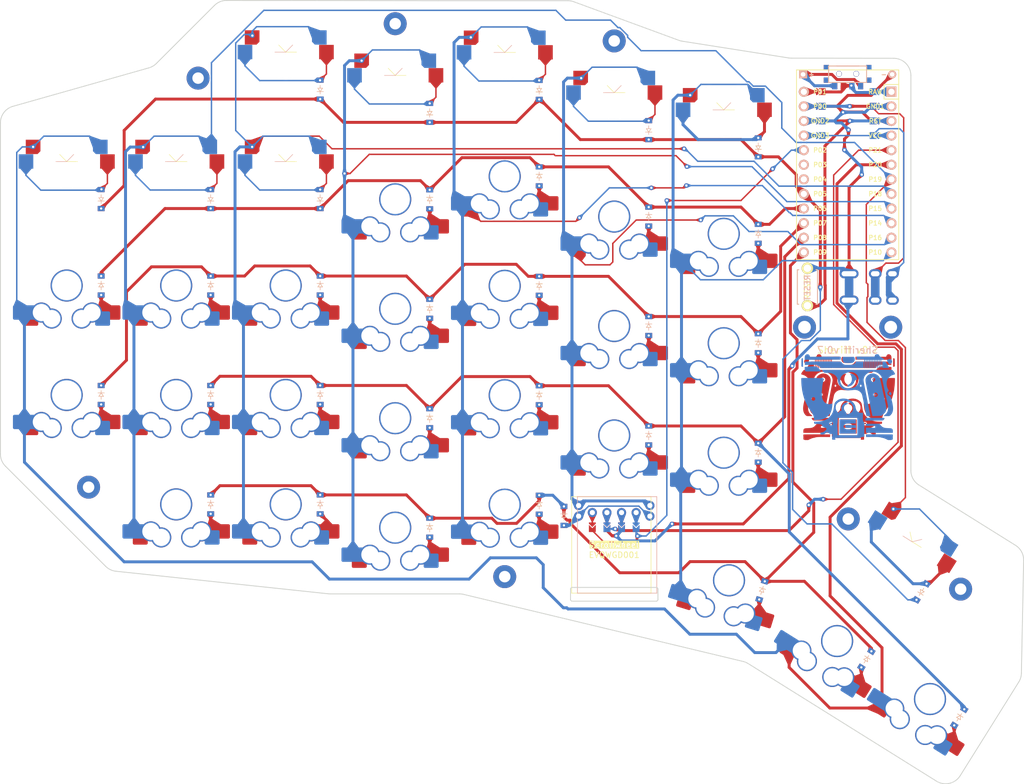
<source format=kicad_pcb>
(kicad_pcb (version 20240108) (generator "pcbnew") (generator_version "8.0")
  (title_block (title "keyboard") (rev "v1.0.0") (company "Unknown"))
  (layers (0 "F.Cu" signal) (31 "B.Cu" signal) (34 "B.Paste" user) (35 "F.Paste" user) (36 "B.SilkS" user "B.Silkscreen") (37 "F.SilkS" user "F.Silkscreen") (38 "B.Mask" user) (39 "F.Mask" user) (44 "Edge.Cuts" user))
  (net 0 "")
  (net 1 "col0")
  (net 2 "outer2_bottom")
  (net 3 "GND")
  (net 4 "outer2_home")
  (net 5 "col1")
  (net 6 "outer1_mod")
  (net 7 "outer1_bottom")
  (net 8 "outer1_home")
  (net 9 "col2")
  (net 10 "pinky_mod")
  (net 11 "pinky_bottom")
  (net 12 "pinky_home")
  (net 13 "col3")
  (net 14 "ring_mod")
  (net 15 "ring_bottom")
  (net 16 "ring_home")
  (net 17 "ring_top")
  (net 18 "col4")
  (net 19 "middle_mod")
  (net 20 "middle_bottom")
  (net 21 "middle_home")
  (net 22 "middle_top")
  (net 23 "col5")
  (net 24 "index_bottom")
  (net 25 "index_home")
  (net 26 "index_top")
  (net 27 "col6")
  (net 28 "inner_bottom")
  (net 29 "inner_home")
  (net 30 "inner_top")
  (net 31 "inner_low")
  (net 32 "home_low")
  (net 33 "outer_low")
  (net 34 "outer2_top")
  (net 35 "outer1_top")
  (net 36 "pinky_top")
  (net 37 "pinky_num")
  (net 38 "ring_num")
  (net 39 "middle_num")
  (net 40 "index_num")
  (net 41 "inner_num")
  (net 42 "home_high")
  (net 43 "row2")
  (net 44 "row1")
  (net 45 "row4")
  (net 46 "row3")
  (net 47 "row0")
  (net 48 "scrollwheel_scrollwheel")
  (net 49 "ENCB_undef")
  (net 50 "GND_ENCA")
  (net 51 "ENCA_GND")
  (net 52 "undef_ENCB")
  (net 53 "ENCB")
  (net 54 "ENCA")
  (net 55 "RAW_P1")
  (net 56 "GND_serial")
  (net 57 "GND_RST")
  (net 58 "GND_VCC")
  (net 59 "RST_GND")
  (net 60 "VCC_GND")
  (net 61 "P1_RAW")
  (net 62 "serial_GND")
  (net 63 "P3")
  (net 64 "P4")
  (net 65 "serial")
  (net 66 "RAW")
  (net 67 "RST")
  (net 68 "VCC")
  (net 69 "switch_from")
  (footprint "E73:SPDT_C128955" (layer "F.Cu") (at 185.85 75.05)
    (property "Reference" "T1" (hide yes))
    (property "Value" "" (hide yes))
  )
  (footprint "kbd:ResetSW" (layer "F.Cu") (at 178.85 112.15 -90)
    (property "Reference" "_1" (hide yes))
    (property "Value" "")
  )
  (footprint "lib:Jumper" (layer "F.Cu") (at 181.25 83.25 90)
    (property "Reference" "J17" (hide yes))
    (property "Value" "Jumper")
  )
  (footprint "lib:Jumper" (layer "F.Cu") (at 190.45 78.15 -90)
    (property "Reference" "J9" (hide yes))
    (property "Value" "Jumper")
  )
  (footprint "ceoloide:trrs_pj320a (reversible, symmetric)" (layer "F.Cu") (at 196.85 112.15 -90)
    (property "Reference" "TRRS1" (hide yes))
    (property "Value" "")
  )
  (footprint "lib:Jumper" (layer "F.Cu") (at 146.52 154.05)
    (property "Reference" "J6" (hide yes))
    (property "Value" "Jumper")
  )
  (footprint "lib:Jumper" (layer "F.Cu") (at 141.44 154.05)
    (property "Reference" "J4" (hide yes))
    (property "Value" "Jumper")
  )
  (footprint "lib:Jumper" (layer "F.Cu") (at 181.25 83.25 90)
    (property "Reference" "J10" (hide yes))
    (property "Value" "Jumper")
  )
  (footprint "lib:Jumper" (layer "F.Cu") (at 181.25 80.7 90)
    (property "Reference" "J8" (hide yes))
    (property "Value" "Jumper")
  )
  (footprint "Hole" (layer "F.Cu") (at 145.25 69.325)
    (property "Reference" "_8" (hide yes))
    (property "Value" "")
  )
  (footprint "Hole" (layer "F.Cu") (at 193.35 119.15 -90)
    (property "Reference" "_3" (hide yes))
    (property "Value" "")
  )
  (footprint "lib:Jumper" (layer "F.Cu") (at 190.45 83.25 -90)
    (property "Reference" "J18" (hide yes))
    (property "Value" "Jumper")
  )
  (footprint "Hole" (layer "F.Cu") (at 205.507023 164.749288 -32)
    (property "Reference" "_10" (hide yes))
    (property "Value" "")
  )
  (footprint "Custom:Logo" (layer "F.Cu") (at 186.5 130.8)
    (property "Reference" "G***" (hide yes))
    (property "Value" "LOGO" (hide yes))
  )
  (footprint "lib:Jumper" (layer "F.Cu") (at 146.52 154.05)
    (property "Reference" "J2" (hide yes))
    (property "Value" "Jumper")
  )
  (footprint "lib:text" (layer "F.Cu") (at 185.85 123.15 -90)
    (property "Reference" "")
    (property "Value" "")
  )
  (footprint "lib:niceview_headers" (layer "F.Cu") (at 185.85 75.15 -90)
    (property "Reference" "")
    (property "Value" "")
  )
  (footprint "Hole" (layer "F.Cu") (at 107.15 66.325)
    (property "Reference" "_6" (hide yes))
    (property "Value" "")
  )
  (footprint "lib:Jumper" (layer "F.Cu") (at 181.25 80.7 90)
    (property "Reference" "J14" (hide yes))
    (property "Value" "Jumper")
  )
  (footprint "lib:text" (layer "F.Cu") (at 185.85 123.15 -90)
    (property "Reference" "")
    (property "Value" "")
  )
  (footprint "Hole" (layer "F.Cu") (at 72.86 75.8)
    (property "Reference" "_4" (hide yes))
    (property "Value" "")
  )
  (footprint "lib:Jumper" (layer "F.Cu") (at 181.25 78.15 90)
    (property "Reference" "J16" (hide yes))
    (property "Value" "Jumper")
  )
  (footprint "lib:Jumper" (layer "F.Cu") (at 143.98 154.05)
    (property "Reference" "J5" (hide yes))
    (property "Value" "Jumper")
  )
  (footprint "lib:Jumper" (layer "F.Cu") (at 181.25 85.8 90)
    (property "Reference" "J13" (hide yes))
    (property "Value" "Jumper")
  )
  (footprint "lib:Jumper" (layer "F.Cu") (at 190.45 83.25 -90)
    (property "Reference" "J11" (hide yes))
    (property "Value" "Jumper")
  )
  (footprint "lib:Jumper" (layer "F.Cu") (at 190.45 85.8 -90)
    (property "Reference" "J12" (hide yes))
    (property "Value" "Jumper")
  )
  (footprint "RollerEncoder_Panasonic_EVQWGD001" (layer "F.Cu") (at 145.25 157.05 -90)
    (property "Reference" "REF**")
    (property "Value" "RollerEncoder_Panasonic_EVQWGD001")
    (fp_line (start 7.7 7.6) (end 9.5 7.6) (stroke (width 0.15)) (layer "Edge.Cuts"))
    (fp_line (start 9.8 7.3) (end 9.8 -7.3) (stroke (width 0.15)) (layer "Edge.Cuts"))
    (fp_line (start 7.4 -7.3) (end 7.4 7.3) (stroke (width 0.15)) (layer "Edge.Cuts"))
    (fp_line (start 9.5 -7.6) (end 7.7 -7.6) (stroke (width 0.15)) (layer "Edge.Cuts"))
    (fp_arc (start 7.7 7.6) (mid 7.487868 7.512132) (end 7.4 7.3) (stroke (width 0.15)) (layer "Edge.Cuts"))
    (fp_arc (start 9.8 7.3) (mid 9.712132 7.512132) (end 9.5 7.6) (stroke (width 0.15)) (layer "Edge.Cuts"))
    (fp_arc (start 7.4 -7.3) (mid 7.487868 -7.512132) (end 7.7 -7.6) (stroke (width 0.15)) (layer "Edge.Cuts"))
    (fp_arc (start 9.5 -7.6) (mid 9.712132 -7.512132) (end 9.8 -7.3) (stroke (width 0.15)) (layer "Edge.Cuts"))
  )
  (footprint "Hole" (layer "F.Cu") (at 178.35 119.15 -90)
    (property "Reference" "_2" (hide yes))
    (property "Value" "")
  )
  (footprint "lib:Jumper" (layer "F.Cu") (at 143.98 154.05)
    (property "Reference" "J3" (hide yes))
    (property "Value" "Jumper")
  )
  (footprint "ProMicro" (layer "F.Cu") (at 185.85 92.15 -90)
    (property "Reference" "MCU1" (hide yes))
    (property "Value" "" (hide yes))
  )
  (footprint "Hole" (layer "F.Cu") (at 185.959514 152.534649 -32)
    (property "Reference" "_9" (hide yes))
    (property "Value" "")
  )
  (footprint "lib:Jumper" (layer "F.Cu") (at 149.06 154.05)
    (property "Reference" "J1" (hide yes))
    (property "Value" "Jumper")
  )
  (footprint "Hole" (layer "F.Cu") (at 53.81 147)
    (property "Reference" "_5" (hide yes))
    (property "Value" "")
  )
  (footprint "ComboDiode" (layer "F.Cu") (at 136.5 152 -90)
    (property "Reference" "D35" (hide yes))
    (property "Value" "" (hide yes))
  )
  (footprint "Hole" (layer "F.Cu") (at 126.2 162.575)
    (property "Reference" "_7" (hide yes))
    (property "Value" "")
  )
  (footprint "lib:Jumper" (layer "F.Cu") (at 190.45 80.7 -90)
    (property "Reference" "J15" (hide yes))
    (property "Value" "Jumper")
  )
  (footprint "lib:Jumper" (layer "F.Cu") (at 190.45 80.7 -90)
    (property "Reference" "J7" (hide yes))
    (property "Value" "Jumper")
  )
  (footprint "ceoloide:diode_tht_sod123" (layer "B.Cu") (at 94.1 77.8 90)
    (property "Reference" "D29" (hide yes))
    (property "Value" "")
  )
  (footprint "ceoloide:diode_tht_sod123" (layer "B.Cu") (at 170.955247 164.970307 -107)
    (property "Reference" "D23" (hide yes))
    (property "Value" "")
  )
  (footprint "ceoloide:switch_gateron_ks27_ks33" (layer "B.Cu") (at 88.1 130.95)
    (property "Reference" "S7" (hide yes))
    (property "Value" "")
  )
  (footprint "ceoloide:diode_tht_sod123" (layer "B.Cu") (at 132.2 150.05 -90)
    (property "Reference" "D13" (hide yes))
    (property "Value" "")
  )
  (footprint "ceoloide:diode_tht_sod123" (layer "B.Cu") (at 56 96.85 90)
    (property "Reference" "D26" (hide yes))
    (property "Value" "")
  )
  (footprint "ceoloide:switch_gateron_ks27_ks33" (layer "B.Cu") (at 126.2 111.95)
    (property "Reference" "S15" (hide yes))
    (property "Value" "")
  )
  (footprint "ceoloide:diode_tht_sod123" (layer "B.Cu") (at 151.25 118.95 -90)
    (property "Reference" "D18" (hide yes))
    (property "Value" "")
  )
  (footprint "ceoloide:diode_tht_sod123" (layer "B.Cu") (at 75.05 150 -90)
    (property "Reference" "D3" (hide yes))
    (property "Value" "")
  )
  (footprint "ceoloide:switch_mx" (layer "B.Cu") (at 195.733268 158.641969 -32)
    (property "Reference" "S34" (hide yes))
    (property "Value" "")
  )
  (footprint "ceoloide:switch_gateron_ks27_ks33" (layer "B.Cu") (at 126.2 131)
    (property "Reference" "S14" (hide yes))
    (property "Value" "")
  )
  (footprint "ceoloide:switch_gateron_ks27_ks33" (layer "B.Cu") (at 126.2 92.9)
    (property "Reference" "S16" (hide yes))
    (property "Value" "")
  )
  (footprint "ceoloide:diode_tht_sod123" (layer "B.Cu") (at 205.26638 187.062267 -122)
    (property "Reference" "D25" (hide yes))
    (property "Value" "")
  )
  (footprint "ceoloide:switch_gateron_ks27_ks33" (layer "B.Cu") (at 145.25 99.9)
    (property "Reference" "S19" (hide yes))
    (property "Value" "")
  )
  (footprint "ceoloide:switch_gateron_ks27_ks33" (layer "B.Cu") (at 164.3 121.95)
    (property "Reference" "S21" (hide yes))
    (property "Value" "")
  )
  (footprint "ceoloide:switch_gateron_ks27_ks33" (layer "B.Cu") (at 184.022775 173.787789 -32)
    (property "Reference" "S24" (hide yes))
    (property "Value" "")
  )
  (footprint "ceoloide:diode_tht_sod123" (layer "B.Cu") (at 113.15 154.05 -90)
    (property "Reference" "D9" (hide yes))
    (property "Value" "")
  )
  (footprint "ceoloide:switch_gateron_ks27_ks33" (layer "B.Cu") (at 200.178091 183.882751 -32)
    (property "Reference" "S25" (hide yes))
    (property "Value" "")
  )
  (footprint "ceoloide:switch_gateron_ks27_ks33" (layer "B.Cu") (at 50 130.95)
    (property "Reference" "S1" (hide yes))
    (property "Value" "")
  )
  (footprint "ceoloide:diode_tht_sod123" (layer "B.Cu") (at 56 111.9 -90)
    (property "Reference" "D2" (hide yes))
    (property "Value" "")
  )
  (footprint "ceoloide:switch_gateron_ks27_ks33" (layer "B.Cu") (at 88.1 111.9)
    (property "Reference" "S8" (hide yes))
    (property "Value" "")
  )
  (footprint "ceoloide:switch_mx" (layer "B.Cu") (at 88.1 92.85)
    (property "Reference" "S28" (hide yes))
    (property "Value" "")
  )
  (footprint "ceoloide:switch_gateron_ks27_ks33" (layer "B.Cu") (at 107.15 115.95)
    (property "Reference" "S11" (hide yes))
    (property "Value" "")
  )
  (footprint "ceoloide:switch_mx" (layer "B.Cu") (at 107.15 77.85)
    (property "Reference" "S30" (hide yes))
    (property "Value" "")
  )
  (footprint "ceoloide:diode_tht_sod123" (layer "B.Cu") (at 132.2 77.85 90)
    (property "Reference" "D31" (hide yes))
    (property "Value" "")
  )
  (footprint "ceoloide:diode_tht_sod123" (layer "B.Cu") (at 94.1 150 -90)
    (property "Reference" "D6" (hide yes))
    (property "Value" "")
  )
  (footprint "ceoloide:switch_gateron_ks27_ks33" (layer "B.Cu") (at 88.1 150)
    (property "Reference" "S6" (hide yes))
    (property "Value" "")
  )
  (footprint "ceoloide:switch_gateron_ks27_ks33" (layer "B.Cu") (at 107.15 96.9)
    (property "Reference" "S12" (hide yes))
    (property "Value" "")
  )
  (footprint "ceoloide:diode_tht_sod123" (layer "B.Cu") (at 189.111063 176.967305 -122)
    (property "Reference" "D24" (hide yes))
    (property "Value" "")
  )
  (footprint "ceoloide:diode_tht_sod123" (layer "B.Cu") (at 75.05 96.85 90)
    (property "Reference" "D27" (hide yes))
    (property "Value" "")
  )
  (footprint "ceoloide:diode_tht_sod123" (layer "B.Cu") (at 113.15 115.95 -90)
    (property "Reference" "D11" (hide yes))
    (property "Value" "")
  )
  (footprint "ceoloide:diode_tht_sod123" (layer "B.Cu") (at 75.05 130.95 -90)
    (property "Reference" "D4" (hide yes))
    (property "Value" "")
  )
  (footprint "ceoloide:switch_gateron_ks27_ks33" (layer "B.Cu") (at 107.15 154.05)
    (property "Reference" "S9" (hide yes))
    (property "Value" "")
  )
  (footprint "Custom:Logo" (layer "B.Cu") (at 185.359286 130.8 180)
    (property "Reference" "G***" (hide yes))
    (property "Value" "LOGO" (hide yes))
  )
  (footprint "ceoloide:diode_tht_sod123" (layer "B.Cu") (at 132.2 131 -90)
    (property "Reference" "D14" (hide yes))
    (property "Value" "")
  )
  (footprint "ceoloide:diode_tht_sod123" (layer "B.Cu") (at 132.2 92.9 -90)
    (property "Reference" "D16" (hide yes))
    (property "Value" "")
  )
  (footprint "ceoloide:diode_tht_sod123" (layer "B.Cu") (at 113.15 81.85 90)
    (property "Reference" "D30" (hide yes))
    (property "Value" "")
  )
  (footprint "ceoloide:diode_tht_sod123" (layer "B.Cu") (at 170.3 141 -90)
    (property "Reference" "D20" (hide yes))
    (property "Value" "")
  )
  (footprint "ceoloide:diode_tht_sod123" (layer "B.Cu") (at 113.15 96.9 -90)
    (property "Reference" "D12" (hide yes))
    (property "Value" "")
  )
  (footprint "ceoloide:diode_tht_sod123" (layer "B.Cu") (at 151.25 138 -90)
    (property "Reference" "D17" (hide yes))
    (property "Value" "")
  )
  (footprint "ceoloide:diode_tht_sod123" (layer "B.Cu") (at 94.1 130.95 -90)
    (property "Reference" "D7" (hide yes))
    (property "Value" "")
  )
  (footprint "ceoloide:switch_gateron_ks27_ks33" (layer "B.Cu") (at 164.3 141)
    (property "Reference" "S20" (hide yes))
    (property "Value" "")
  )
  (footprint "ceoloide:diode_tht_sod123" (layer "B.Cu") (at 94.1 111.9 -90)
    (property "Reference" "D8" (hide yes))
    (property "Value" "")
  )
  (footprint "ceoloide:switch_mx" (layer "B.Cu") (at 88.1 73.8)
    (property "Reference" "S29" (hide yes))
    (property "Value" "")
  )
  (footprint "ceoloide:switch_mx" (layer "B.Cu") (at 50 92.85)
    (property "Reference" "S26" (hide yes))
    (property "Value" "")
  )
  (footprint "ceoloide:switch_mx" (layer "B.Cu") (at 164.3 83.85)
    (property "Reference" "S33" (hide yes))
    (property "Value" "")
  )
  (footprint "ceoloide:diode_tht_sod123" (layer "B.Cu") (at 170.3 102.9 -90)
    (property "Reference" "D22" (hide yes))
    (property "Value" "")
  )
  (footprint "ceoloide:diode_tht_sod123" (layer "B.Cu") (at 75.05 111.9 -90)
    (property "Reference" "D5" (hide yes))
    (property "Value" "")
  )
  (footprint "ceoloide:diode_tht_sod123" (layer "B.Cu") (at 94.1 96.85 90)
    (property "Reference" "D28" (hide yes))
    (property "Value" "")
  )
  (footprint "ceoloide:diode_tht_sod123" (layer "B.Cu") (at 151.25 99.9 -90)
    (property "Reference" "D19" (hide yes))
    (property "Value" "")
  )
  (footprint "ceoloide:switch_gateron_ks27_ks33" (layer "B.Cu") (at 69.05 130.95)
    (property "Reference" "S4" (hide yes))
    (property "Value" "")
  )
  (footprint "ceoloide:switch_gateron_ks27_ks33" (layer "B.Cu") (at 164.3 102.9)
    (property "Reference" "S22" (hide yes))
    (property "Value" "")
  )
  (footprint "ceoloide:diode_tht_sod123" (layer "B.Cu") (at 151.25 84.85 90)
    (property "Reference" "D32" (hide yes))
    (property "Value" "")
  )
  (footprint "ceoloide:switch_gateron_ks27_ks33" (layer "B.Cu") (at 145.25 138)
    (property "Reference" "S17" (hide yes))
    (property "Value" "")
  )
  (footprint "ceoloide:diode_tht_sod123" (layer "B.Cu") (at 170.3 87.85 90)
    (property "Reference" "D33" (hide yes))
    (property "Value" "")
  )
  (footprint "ceoloide:switch_gateron_ks27_ks33" (layer "B.Cu") (at 69.05 150)
    (property "Reference" "S3" (hide yes))
    (property "Value" "")
  )
  (footprint "ceoloide:switch_gateron_ks27_ks33" (layer "B.Cu") (at 69.05 111.9)
    (property "Reference" "S5" (hide yes))
    (property "Value" "")
  )
  (footprint "ceoloide:switch_gateron_ks27_ks33" (layer "B.Cu") (at 165.217419 163.216077 -17)
    (property "Reference" "S23" (hide yes))
    (property "Value" "")
  )
  (footprint "ceoloide:switch_gateron_ks27_ks33" (layer "B.Cu") (at 50 111.9)
    (property "Reference" "S2" (hide yes))
    (property "Value" "")
  )
  (footprint "ceoloide:diode_tht_sod123" (layer "B.Cu") (at 170.3 121.95 -90)
    (property "Reference" "D21" (hide yes))
    (property "Value" "")
  )
  (footprint "ceoloide:diode_tht_sod123" (layer "B.Cu") (at 198.70188 165.213677 58)
    (property "Reference" "D34" (hide yes))
    (property "Value" "")
  )
  (footprint "ceoloide:diode_tht_sod123" (layer "B.Cu") (at 56 130.95 -90)
    (property "Reference" "D1" (hide yes))
    (property "Value" "")
  )
  (footprint "ceoloide:switch_mx" (layer "B.Cu") (at 126.2 73.85)
    (property "Reference" "S31" (hide yes))
    (property "Value" "")
  )
  (footprint "ceoloide:switch_gateron_ks27_ks33" (layer "B.Cu") (at 145.25 118.95)
    (property "Reference" "S18" (hide yes))
    (property "Value" "")
  )
  (footprint "ceoloide:diode_tht_sod123" (layer "B.Cu") (at 113.15 135 -90)
    (property "Reference" "D10" (hide yes))
    (property "Value" "")
  )
  (footprint "ceoloide:switch_gateron_ks27_ks33" (layer "B.Cu") (at 126.2 150.05)
    (property "Reference" "S13" (hide yes))
    (property "Value" "")
  )
  (footprint "ceoloide:switch_mx" (layer "B.Cu") (at 69.05 92.85)
    (property "Reference" "S27" (hide yes))
    (property "Value" "")
  )
  (footprint "ceoloide:switch_mx" (layer "B.Cu") (at 145.25 80.85)
    (property "Reference" "S32" (hide yes))
    (property "Value" "")
  )
  (footprint "ceoloide:switch_gateron_ks27_ks33" (layer "B.Cu") (at 107.15 135)
    (property "Reference" "S10" (hide yes))
    (property "Value" "")
  )
  (footprint "ceoloide:diode_tht_sod123" (layer "B.Cu") (at 132.2 111.95 -90)
    (property "Reference" "D15" (hide yes))
    (property "Value" "")
  )
  (gr_arc (start 58.579479 161.63709) (mid 57.603398 161.360883) (end 56.781908 160.781908) (stroke (width 0.15)) (layer "Edge.Cuts"))
  (gr_line (start 95.784 165.575) (end 118.3198 165.575) (stroke (width 0.15)) (layer "Edge.Cuts"))
  (gr_line (start 64.289227 74.01542) (end 40.657653 80.706958) (stroke (width 0.15)) (layer "Edge.Cuts"))
  (gr_line (start 40.657653 80.706959) (end 40.657653 80.706958) (stroke (width 0.15)) (layer "Edge.Cuts"))
  (gr_line (start 38.475 83.59347) (end 38.475 141.232359) (stroke (width 0.15)) (layer "Edge.Cuts"))
  (gr_arc (start 137.1913 62.325) (mid 137.716749 62.37138) (end 138.21805 62.506172) (stroke (width 0.15)) (layer "Edge.Cuts"))
  (gr_arc (start 216.075659 179.388459) (mid 215.95166 180.184327) (end 215.620398 180.91849) (stroke (width 0.15)) (layer "Edge.Cuts"))
  (gr_arc (start 215.057657 157.127157) (mid 216.106122 158.243083) (end 216.467311 159.731065) (stroke (width 0.15)) (layer "Edge.Cuts"))
  (gr_line (start 176.058032 72.325277) (end 193.853567 72.346437) (stroke (width 0.15)) (layer "Edge.Cuts"))
  (gr_line (start 175.588414 72.287742) (end 157.066249 69.370866) (stroke (width 0.15)) (layer "Edge.Cuts"))
  (gr_arc (start 176.058032 72.325277) (mid 175.82571 72.315995) (end 175.588414 72.287742) (stroke (width 0.15)) (layer "Edge.Cuts"))
  (gr_arc (start 118.3198 165.575) (mid 118.672537 165.595806) (end 119.020351 165.657935) (stroke (width 0.15)) (layer "Edge.Cuts"))
  (gr_arc (start 205.434282 197.219682) (mid 203.564992 198.553033) (end 201.314432 198.182847) (stroke (width 0.15)) (layer "Edge.Cuts"))
  (gr_line (start 205.434282 197.219682) (end 215.620398 180.91849) (stroke (width 0.15)) (layer "Edge.Cuts"))
  (gr_arc (start 167.666716 177.340157) (mid 168.126421 177.490658) (end 168.555947 177.713073) (stroke (width 0.15)) (layer "Edge.Cuts"))
  (gr_arc (start 38.475 83.59347) (mid 39.08209 81.784055) (end 40.657653 80.706959) (stroke (width 0.15)) (layer "Edge.Cuts"))
  (gr_arc (start 39.3537 143.3537) (mid 38.703362 142.380409) (end 38.475 141.232359) (stroke (width 0.15)) (layer "Edge.Cuts"))
  (gr_line (start 137.1913 62.325) (end 114.6785 62.325) (stroke (width 0.15)) (layer "Edge.Cuts"))
  (gr_arc (start 65.6024 73.2476) (mid 64.999372 73.713723) (end 64.289227 74.01542) (stroke (width 0.15)) (layer "Edge.Cuts"))
  (gr_arc (start 157.066249 69.370866) (mid 156.778634 69.311009) (end 156.493083 69.221408) (stroke (width 0.15)) (layer "Edge.Cuts"))
  (gr_line (start 58.579479 161.63709) (end 95.466868 165.558191) (stroke (width 0.15)) (layer "Edge.Cuts"))
  (gr_line (start 215.057657 157.127157) (end 198.260304 146.631005) (stroke (width 0.15)) (layer "Edge.Cuts"))
  (gr_line (start 156.493083 69.221408) (end 138.21805 62.506172) (stroke (width 0.15)) (layer "Edge.Cuts"))
  (gr_arc (start 75.6947 63.1553) (mid 76.669778 62.50424) (end 77.819937 62.276634) (stroke (width 0.15)) (layer "Edge.Cuts"))
  (gr_line (start 216.075659 179.388459) (end 216.467311 159.731065) (stroke (width 0.15)) (layer "Edge.Cuts"))
  (gr_line (start 196.85 75.346435) (end 196.85 144.097192) (stroke (width 0.15)) (layer "Edge.Cuts"))
  (gr_line (start 39.3537 143.3537) (end 56.781908 160.781908) (stroke (width 0.15)) (layer "Edge.Cuts"))
  (gr_arc (start 198.260304 146.631005) (mid 197.226141 145.541251) (end 196.85 144.097192) (stroke (width 0.15)) (layer "Edge.Cuts"))
  (gr_line (start 168.555947 177.713073) (end 201.314432 198.182847) (stroke (width 0.15)) (layer "Edge.Cuts"))
  (gr_line (start 119.020351 165.657935) (end 167.666716 177.340157) (stroke (width 0.15)) (layer "Edge.Cuts"))
  (gr_line (start 75.6947 63.1553) (end 65.6024 73.2476) (stroke (width 0.15)) (layer "Edge.Cuts"))
  (gr_arc (start 193.853567 72.346437) (mid 195.972581 73.226376) (end 196.85 75.346435) (stroke (width 0.15)) (layer "Edge.Cuts"))
  (gr_line (start 114.672819 62.324997) (end 77.819937 62.276634) (stroke (width 0.15)) (layer "Edge.Cuts"))
  (gr_arc (start 95.784 165.575) (mid 95.625223 165.570795) (end 95.466868 165.558191) (stroke (width 0.15)) (layer "Edge.Cuts"))
  (segment (start 195.2 139.823682) (end 195.2 123) (width 0.508) (layer "F.Cu") (net 1))
  (segment (start 191.830755 185.447032) (end 191.830755 174.955075) (width 0.508) (layer "F.Cu") (net 1))
  (segment (start 183.996 114.969424) (end 183.996 94.204) (width 0.508) (layer "F.Cu") (net 1))
  (segment (start 183.996 94.204) (end 187.32 90.88) (width 0.508) (layer "F.Cu") (net 1))
  (segment (start 191.830755 185.447032) (end 182.747032 185.447032) (width 0.508) (layer "F.Cu") (net 1))
  (segment (start 175.675439 178.375439) (end 175.675439 175.35207) (width 0.508) (layer "F.Cu") (net 1))
  (segment (start 182.8 165.92432) (end 182.8 152.223682) (width 0.508) (layer "F.Cu") (net 1))
  (segment (start 194.254 122.054) (end 191.080576 122.054) (width 0.508) (layer "F.Cu") (net 1))
  (segment (start 182.747032 185.447032) (end 175.675439 178.375439) (width 0.508) (layer "F.Cu") (net 1))
  (segment (start 191.830755 174.955075) (end 182.8 165.92432) (width 0.508) (layer "F.Cu") (net 1))
  (segment (start 191.080576 122.054) (end 183.996 114.969424) (width 0.508) (layer "F.Cu") (net 1))
  (segment (start 182.8 152.223682) (end 195.2 139.823682) (width 0.508) (layer "F.Cu") (net 1))
  (segment (start 195.2 123) (end 194.254 122.054) (width 0.508) (layer "F.Cu") (net 1))
  (segment (start 187.32 90.88) (end 193.47 90.88) (width 0.508) (layer "F.Cu") (net 1))
  (via (at 44.158 87.77) (size 0.8) (drill 0.4) (layers "F.Cu" "B.Cu") (net 1))
  (segment (start 92.7 160) (end 60 160) (width 0.508) (layer "B.Cu") (net 1))
  (segment (start 55.842 87.77) (end 53.967 85.895) (width 0.25) (layer "B.Cu") (net 1))
  (segment (start 158.4 172.6) (end 154 168.2) (width 0.508) (layer "B.Cu") (net 1))
  (segment (start 120 163) (end 95.7 163) (width 0.508) (layer "B.Cu") (net 1))
  (segment (start 42.65 142.65) (end 42.65 135.65) (width 0.508) (layer "B.Cu") (net 1))
  (segment (start 60 160) (end 42.65 142.65) (width 0.508) (layer "B.Cu") (net 1))
  (segment (start 41.315 115.265) (end 41.315 88.735) (width 0.25) (layer "B.Cu") (net 1))
  (segment (start 131.7 159.3) (end 123.7 159.3) (width 0.508) (layer "B.Cu") (net 1))
  (segment (start 53.967 85.895) (end 46.033 85.895) (width 0.25) (layer "B.Cu") (net 1))
  (segment (start 169.7 175.8) (end 166.5 172.6) (width 0.508) (layer "B.Cu") (net 1))
  (segment (start 132.9 164.5) (end 132.9 160.5) (width 0.508) (layer "B.Cu") (net 1))
  (segment (start 123.7 159.3) (end 120 163) (width 0.508) (layer "B.Cu") (net 1))
  (segment (start 173.377709 175.8) (end 169.7 175.8) (width 0.508) (layer "B.Cu") (net 1))
  (segment (start 42.65 116.6) (end 41.315 115.265) (width 0.25) (layer "B.Cu") (net 1))
  (segment (start 154 168.2) (end 137.2 168.2) (width 0.508) (layer "B.Cu") (net 1))
  (segment (start 166.5 172.6) (end 158.4 172.6) (width 0.508) (layer "B.Cu") (net 1))
  (segment (start 46.033 85.895) (end 44.158 87.77) (width 0.25) (layer "B.Cu") (net 1))
  (segment (start 175.299001 173.878708) (end 173.377709 175.8) (width 0.508) (layer "B.Cu") (net 1))
  (segment (start 95.7 163) (end 92.7 160) (width 0.508) (layer "B.Cu") (net 1))
  (segment (start 42.28 87.77) (end 44.158 87.77) (width 0.25) (layer "B.Cu") (net 1))
  (segment (start 137 168) (end 136.4 168) (width 0.508) (layer "B.Cu") (net 1))
  (segment (start 137.2 168.2) (end 137 168) (width 0.508) (layer "B.Cu") (net 1))
  (segment (start 132.9 160.5) (end 131.7 159.3) (width 0.508) (layer "B.Cu") (net 1))
  (segment (start 42.65 135.65) (end 42.65 116.6) (width 0.508) (layer "B.Cu") (net 1))
  (segment (start 41.315 88.735) (end 42.28 87.77) (width 0.25) (layer "B.Cu") (net 1))
  (segment (start 136.4 168) (end 132.9 164.5) (width 0.508) (layer "B.Cu") (net 1))
  (segment (start 56 134.3) (end 57.35 135.65) (width 0.508) (layer "F.Cu") (net 2))
  (segment (start 56 132.6) (end 56 134.3) (width 0.508) (layer "F.Cu") (net 2))
  (via (at 56 132.6) (size 0.8) (drill 0.4) (layers "F.Cu" "B.Cu") (net 2))
  (segment (start 189.95 78.8) (end 185.9 78.8) (width 0.508) (layer "F.Cu") (net 3))
  (segment (start 186.1 94.8) (end 186.1 109.85) (width 0.508) (layer "F.Cu") (net 3))
  (segment (start 175.616 126.484) (end 175.616 145.486534) (width 0.508) (layer "F.Cu") (net 3))
  (segment (start 143.98 154.558) (end 144.9 155.478) (width 0.508) (layer "F.Cu") (net 3))
  (segment (start 186 84.8) (end 186 85.7) (width 0.508) (layer "F.Cu") (net 3))
  (segment (start 175.616 145.486534) (end 167.702534 153.4) (width 0.508) (layer "F.Cu") (net 3))
  (segment (start 185.3 86.4) (end 185.3 88.3) (width 0.508) (layer "F.Cu") (net 3))
  (segment (start 167.702534 153.4) (end 155.3 153.4) (width 0.508) (layer "F.Cu") (net 3))
  (segment (start 176.2 125.9) (end 175.616 126.484) (width 0.508) (layer "F.Cu") (net 3))
  (segment (start 188.392 81.7) (end 189.942 83.25) (width 0.508) (layer "F.Cu") (net 3))
  (segment (start 188.3 92.6) (end 186.1 94.8) (width 0.508) (layer "F.Cu") (net 3))
  (segment (start 185 81.7) (end 188.392 81.7) (width 0.508) (layer "F.Cu") (net 3))
  (segment (start 144.9 155.478) (end 145.6 155.478) (width 0.508) (layer "F.Cu") (net 3))
  (segment (start 186 85.7) (end 185.3 86.4) (width 0.508) (layer "F.Cu") (net 3))
  (segment (start 193.6 75.15) (end 189.95 78.8) (width 0.508) (layer "F.Cu") (net 3))
  (segment (start 185.9 78.8) (end 184 80.7) (width 0.508) (layer "F.Cu") (net 3))
  (segment (start 184 80.7) (end 185 81.7) (width 0.508) (layer "F.Cu") (net 3))
  (segment (start 184 80.7) (end 181.758 80.7) (width 0.508) (layer "F.Cu") (net 3))
  (via (at 176.2 125.9) (size 0.8) (drill 0.4) (layers "F.Cu" "B.Cu") (net 3))
  (via (at 188.3 92.6) (size 0.8) (drill 0.4) (layers "F.Cu" "B.Cu") (net 3))
  (via (at 145.6 155.478) (size 0.8) (drill 0.4) (layers "F.Cu" "B.Cu") (net 3))
  (via (at 185.3 88.3) (size 0.8) (drill 0.4) (layers "F.Cu" "B.Cu") (net 3))
  (via (at 185.05 81.75) (size 0.8) (drill 0.4) (layers "F.Cu" "B.Cu") (net 3))
  (via (at 186 84.8) (size 0.8) (drill 0.4) (layers "F.Cu" "B.Cu") (net 3))
  (via (at 155.3 153.4) (size 0.8) (drill 0.4) (layers "F.Cu" "B.Cu") (net 3))
  (segment (start 186.1 109.85) (end 186.1 114.45) (width 1.5) (layer "B.Cu") (net 3))
  (segment (start 185.15 108.9) (end 186.1 109.85) (width 0.508) (layer "B.Cu") (net 3))
  (segment (start 183.55 83.25) (end 183.9 83.6) (width 0.508) (layer "B.Cu") (net 3))
  (segment (start 183.55 83.25) (end 181.758 83.25) (width 0.508) (layer "B.Cu") (net 3))
  (segment (start 146.476 156.354) (end 152.346 156.354) (width 0.508) (layer "B.Cu") (net 3))
  (segment (start 184.8 83.6) (end 186 84.8) (width 0.508) (layer "B.Cu") (net 3))
  (segment (start 176.2 125.6) (end 180.6 121.2) (width 0.508) (layer "B.Cu") (net 3))
  (segment (start 185.05 81.75) (end 183.55 83.25) (width 0.508) (layer "B.Cu") (net 3))
  (segment (start 152.346 156.354) (end 155.3 153.4) (width 0.508) (layer "B.Cu") (net 3))
  (segment (start 185.9 121.2) (end 185.9 114.65) (width 0.508) (layer "B.Cu") (net 3))
  (segment (start 145.6 155.478) (end 146.476 156.354) (width 0.508) (layer "B.Cu") (net 3))
  (segment (start 185.3 88.3) (end 188.3 91.3) (width 0.508) (layer "B.Cu") (net 3))
  (segment (start 188.892 81.75) (end 189.942 80.7) (width 0.508) (layer "B.Cu") (net 3))
  (segment (start 178.85 108.9) (end 185.15 108.9) (width 0.508) (layer "B.Cu") (net 3))
  (segment (start 183.9 83.6) (end 184.8 83.6) (width 0.508) (layer "B.Cu") (net 3))
  (segment (start 145.6 155.478) (end 146.52 154.558) (width 0.508) (layer "B.Cu") (net 3))
  (segment (start 188.3 91.3) (end 188.3 92.6) (width 0.508) (layer "B.Cu") (net 3))
  (segment (start 185.05 81.75) (end 188.892 81.75) (width 0.508) (layer "B.Cu") (net 3))
  (segment (start 176.2 125.9) (end 176.2 125.6) (width 0.508) (layer "B.Cu") (net 3))
  (segment (start 185.9 114.65) (end 186.1 114.45) (width 0.508) (layer "B.Cu") (net 3))
  (segment (start 180.6 121.2) (end 185.9 121.2) (width 0.508) (layer "B.Cu") (net 3))
  (segment (start 56 113.55) (end 56 115.25) (width 0.508) (layer "F.Cu") (net 4))
  (segment (start 56 115.25) (end 57.35 116.6) (width 0.508) (layer "F.Cu") (net 4))
  (via (at 56 113.55) (size 0.8) (drill 0.4) (layers "F.Cu" "B.Cu") (net 4))
  (segment (start 192.386953 121.475) (end 194.675 121.475) (width 0.25) (layer "F.Cu") (net 5))
  (segment (start 189.375 111.68401) (end 189.375 113.83401) (width 0.25) (layer "F.Cu") (net 5))
  (segment (start 189.1 111.40901) (end 189.375 111.68401) (width 0.25) (layer "F.Cu") (net 5))
  (segment (start 195.9 122.7) (end 195.9 148.809057) (width 0.25) (layer "F.Cu") (net 5))
  (segment (start 193.47 93.42) (end 189.1 97.79) (width 0.25) (layer "F.Cu") (net 5))
  (segment (start 189.1 97.79) (end 189.1 111.40901) (width 0.25) (layer "F.Cu") (net 5))
  (segment (start 189.225 113.98401) (end 189.225 118.313047) (width 0.25) (layer "F.Cu") (net 5))
  (segment (start 189.225 118.313047) (end 192.386953 121.475) (width 0.25) (layer "F.Cu") (net 5))
  (segment (start 194.675 121.475) (end 195.9 122.7) (width 0.25) (layer "F.Cu") (net 5))
  (segment (start 189.375 113.83401) (end 189.225 113.98401) (width 0.25) (layer "F.Cu") (net 5))
  (segment (start 195.9 148.809057) (end 193.470961 151.238096) (width 0.25) (layer "F.Cu") (net 5))
  (via (at 63.3 87.8) (size 0.8) (drill 0.4) (layers "F.Cu" "B.Cu") (net 5))
  (via (at 193.8 150.8) (size 0.8) (drill 0.4) (layers "F.Cu" "B.Cu") (net 5))
  (segment (start 168.345 76.445) (end 162.925343 71.025343) (width 0.25) (layer "B.Cu") (net 5))
  (segment (start 60.236 88.606) (end 61.042 87.8) (width 0.508) (layer "B.Cu") (net 5))
  (segment (start 61.7 116.6) (end 61.7 135.65) (width 0.508) (layer "B.Cu") (net 5))
  (segment (start 198.35107 150.8) (end 193.8 150.8) (width 0.25) (layer "B.Cu") (net 5))
  (segment (start 61.7 135.65) (end 61.7 154.7) (width 0.508) (layer "B.Cu") (net 5))
  (segment (start 162.925343 71.025343) (end 149.925343 71.025343) (width 0.25) (layer "B.Cu") (net 5))
  (segment (start 178.727595 87.0013) (end 177.732405 87.0013) (width 0.25) (layer "B.Cu") (net 5))
  (segment (start 146.213047 67) (end 145.9 67) (width 0.25) (layer "B.Cu") (net 5))
  (segment (start 147.575 68.675) (end 147.575 68.361953) (width 0.25) (layer "B.Cu") (net 5))
  (segment (start 187.05 87) (end 178.728895 87) (width 0.25) (layer "B.Cu") (net 5))
  (segment (start 136.8 65.7) (end 135.1 64) (width 0.25) (layer "B.Cu") (net 5))
  (segment (start 61.7 116.6) (end 60.236 115.136) (width 0.508) (layer "B.Cu") (net 5))
  (segment (start 149.925343 71.025343) (end 147.575 68.675) (width 0.25) (layer "B.Cu") (net 5))
  (segment (start 177.731105 87) (end 176.9 87) (width 0.25) (layer "B.Cu") (net 5))
  (segment (start 174.4 84.5) (end 174.4 80.04338) (width 0.25) (layer "B.Cu") (net 5))
  (segment (start 65.205 85.895) (end 63.3 87.8) (width 0.25) (layer "B.Cu") (net 5))
  (segment (start 169.431396 77.195) (end 168.681396 76.445) (width 0.25) (layer "B.Cu") (net 5))
  (segment (start 171.55162 77.195) (end 169.431396 77.195) (width 0.25) (layer "B.Cu") (net 5))
  (segment (start 178.728895 87) (end 178.727595 87.0013) (width 0.25) (layer "B.Cu") (net 5))
  (segment (start 135.1 64) (end 84.300001 64) (width 0.25) (layer "B.Cu") (net 5))
  (segment (start 176.9 87) (end 174.4 84.5) (width 0.25) (layer "B.Cu") (net 5))
  (segment (start 203.379555 155.828485) (end 198.35107 150.8) (width 0.25) (layer "B.Cu") (net 5))
  (segment (start 73.017 85.895) (end 65.205 85.895) (width 0.25) (layer "B.Cu") (net 5))
  (segment (start 203.379555 157.429673) (end 203.379555 155.828485) (width 0.25) (layer "B.Cu") (net 5))
  (segment (start 177.732405 87.0013) (end 177.731105 87) (width 0.25) (layer "B.Cu") (net 5))
  (segment (start 60.236 115.136) (end 60.236 88.606) (width 0.508) (layer "B.Cu") (net 5))
  (segment (start 84.300001 64) (end 75.185 73.115001) (width 0.25) (layer "B.Cu") (net 5))
  (segment (start 61.042 87.8) (end 63.3 87.8) (width 0.508) (layer "B.Cu") (net 5))
  (segment (start 174.4 80.04338) (end 171.55162 77.195) (width 0.25) (layer "B.Cu") (net 5))
  (segment (start 144.6 65.7) (end 136.8 65.7) (width 0.25) (layer "B.Cu") (net 5))
  (segment (start 168.681396 76.445) (end 168.345 76.445) (width 0.25) (layer "B.Cu") (net 5))
  (segment (start 147.575 68.361953) (end 146.213047 67) (width 0.25) (layer "B.Cu") (net 5))
  (segment (start 74.892 87.77) (end 73.017 85.895) (width 0.25) (layer "B.Cu") (net 5))
  (segment (start 75.185 73.115001) (end 75.185 87.477) (width 0.25) (layer "B.Cu") (net 5))
  (segment (start 145.9 67) (end 144.6 65.7) (width 0.25) (layer "B.Cu") (net 5))
  (segment (start 75.185 87.477) (end 74.892 87.77) (width 0.25) (layer "B.Cu") (net 5))
  (segment (start 193.47 93.42) (end 187.05 87) (width 0.25) (layer "B.Cu") (net 5))
  (segment (start 75.05 151.65) (end 75.05 153.35) (width 0.508) (layer "F.Cu") (net 6))
  (segment (start 75.05 153.35) (end 76.4 154.7) (width 0.508) (layer "F.Cu") (net 6))
  (via (at 75.05 151.65) (size 0.8) (drill 0.4) (layers "F.Cu" "B.Cu") (net 6))
  (segment (start 75.05 132.6) (end 75.05 134.3) (width 0.508) (layer "F.Cu") (net 7))
  (segment (start 75.05 134.3) (end 76.4 135.65) (width 0.508) (layer "F.Cu") (net 7))
  (via (at 75.05 132.6) (size 0.8) (drill 0.4) (layers "F.Cu" "B.Cu") (net 7))
  (segment (start 75.05 113.55) (end 75.05 115.25) (width 0.508) (layer "F.Cu") (net 8))
  (segment (start 75.05 115.25) (end 76.4 116.6) (width 0.508) (layer "F.Cu") (net 8))
  (via (at 75.05 113.55) (size 0.8) (drill 0.4) (layers "F.Cu" "B.Cu") (net 8))
  (segment (start 93.945 85.895) (end 84.133 85.895) (width 0.25) (layer "F.Cu") (net 9))
  (segment (start 96.15 88.1) (end 93.945 85.895) (width 0.25) (layer "F.Cu") (net 9))
  (segment (start 82.258 68.72) (end 82.258 68.442) (width 0.25) (layer "F.Cu") (net 9))
  (segment (start 157.4 88.1) (end 96.15 88.1) (width 0.25) (layer "F.Cu") (net 9))
  (segment (start 82.258 68.442) (end 82.3 68.4) (width 0.25) (layer "F.Cu") (net 9))
  (segment (start 82.258 87.77) (end 81.695 87.207) (width 0.25) (layer "F.Cu") (net 9))
  (segment (start 81.695 69.283) (end 82.258 68.72) (width 0.25) (layer "F.Cu") (net 9))
  (segment (start 84.133 85.895) (end 82.258 87.77) (width 0.25) (layer "F.Cu") (net 9))
  (via (at 157.4 88.1) (size 0.8) (drill 0.4) (layers "F.Cu" "B.Cu") (net 9))
  (via (at 82.258 87.77) (size 0.8) (drill 0.4) (layers "F.Cu" "B.Cu") (net 9))
  (via (at 82.3 68.4) (size 0.8) (drill 0.4) (layers "F.Cu" "B.Cu") (net 9))
  (segment (start 80.122 87.77) (end 82.258 87.77) (width 0.508) (layer "B.Cu") (net 9))
  (segment (start 80.9 68.2) (end 79.4 69.7) (width 0.25) (layer "B.Cu") (net 9))
  (segment (start 82.3 67.6) (end 82.3 68.4) (width 0.25) (layer "B.Cu") (net 9))
  (segment (start 80.75 116.6) (end 80.75 135.65) (width 0.508) (layer "B.Cu") (net 9))
  (segment (start 79.286 88.606) (end 80.122 87.77) (width 0.508) (layer "B.Cu") (net 9))
  (segment (start 94 87.7) (end 92.195 85.895) (width 0.25) (layer "B.Cu") (net 9))
  (segment (start 82.9 67) (end 82.3 67.6) (width 0.25) (layer "B.Cu") (net 9))
  (segment (start 93.942 68.72) (end 92.067 66.845) (width 0.25) (layer "B.Cu") (net 9))
  (segment (start 178.748895 94.6) (end 178.727595 94.6213) (width 0.25) (layer "B.Cu") (net 9))
  (segment (start 173.9 94.6) (end 169.575 90.275) (width 0.25) (layer "B.Cu") (net 9))
  (segment (start 159.775 90.275) (end 157.6 88.1) (width 0.25) (layer "B.Cu") (net 9))
  (segment (start 93.942 87.758) (end 94 87.7) (width 0.25) (layer "B.Cu") (net 9))
  (segment (start 193.47 95.96) (end 192.11 94.6) (width 0.25) (layer "B.Cu") (net 9))
  (segment (start 178.727595 94.6213) (end 177.732405 94.6213) (width 0.25) (layer "B.Cu") (net 9))
  (segment (start 177.711105 94.6) (end 173.9 94.6) (width 0.25) (layer "B.Cu") (net 9))
  (segment (start 80.75 135.65) (end 80.75 154.7) (width 0.508) (layer "B.Cu") (net 9))
  (segment (start 84.133 85.895) (end 82.258 87.77) (width 0.25) (layer "B.Cu") (net 9))
  (segment (start 82.3 68.3) (end 82.2 68.2) (width 0.25) (layer "B.Cu") (net 9))
  (segment (start 79.4 84.912) (end 82.258 87.77) (width 0.25) (layer "B.Cu") (net 9))
  (segment (start 82.2 68.2) (end 80.9 68.2) (width 0.25) (layer "B.Cu") (net 9))
  (segment (start 82.258 87.77) (end 82.288 87.8) (width 0.25) (layer "B.Cu") (net 9))
  (segment (start 83.055 66.845) (end 82.9 67) (width 0.25) (layer "B.Cu") (net 9))
  (segment (start 169.575 90.275) (end 159.775 90.275) (width 0.25) (layer "B.Cu") (net 9))
  (segment (start 79.4 69.7) (end 79.4 84.912) (width 0.25) (layer "B.Cu") (net 9))
  (segment (start 92.195 85.895) (end 84.133 85.895) (width 0.25) (layer "B.Cu") (net 9))
  (segment (start 80.75 116.6) (end 79.286 115.136) (width 0.508) (layer "B.Cu") (net 9))
  (segment (start 157.6 88.1) (end 157.4 88.1) (width 0.25) (layer "B.Cu") (net 9))
  (segment (start 93.942 87.77) (end 93.942 87.758) (width 0.25) (layer "B.Cu") (net 9))
  (segment (start 82.288 87.8) (end 82.5 87.8) (width 0.25) (layer "B.Cu") (net 9))
  (segment (start 177.732405 94.6213) (end 177.711105 94.6) (width 0.25) (layer "B.Cu") (net 9))
  (segment (start 192.11 94.6) (end 178.748895 94.6) (width 0.25) (layer "B.Cu") (net 9))
  (segment (start 92.067 66.845) (end 83.055 66.845) (width 0.25) (layer "B.Cu") (net 9))
  (segment (start 82.3 68.4) (end 82.3 68.3) (width 0.25) (layer "B.Cu") (net 9))
  (segment (start 79.286 115.136) (end 79.286 88.606) (width 0.508) (layer "B.Cu") (net 9))
  (segment (start 95.45 153) (end 94.1 151.65) (width 0.508) (layer "F.Cu") (net 10))
  (segment (start 95.45 154.7) (end 95.45 153) (width 0.508) (layer "F.Cu") (net 10))
  (via (at 94.1 151.65) (size 0.8) (drill 0.4) (layers "F.Cu" "B.Cu") (net 10))
  (segment (start 94.1 134.3) (end 95.45 135.65) (width 0.508) (layer "F.Cu") (net 11))
  (segment (start 94.1 132.6) (end 94.1 134.3) (width 0.508) (layer "F.Cu") (net 11))
  (via (at 94.1 132.6) (size 0.8) (drill 0.4) (layers "F.Cu" "B.Cu") (net 11))
  (segment (start 94.1 113.55) (end 94.1 115.25) (width 0.508) (layer "F.Cu") (net 12))
  (segment (start 94.1 115.25) (end 95.45 116.6) (width 0.508) (layer "F.Cu") (net 12))
  (via (at 94.1 113.55) (size 0.8) (drill 0.4) (layers "F.Cu" "B.Cu") (net 12))
  (segment (start 102.633 89.067) (end 101.5 90.2) (width 0.25) (layer "F.Cu") (net 13))
  (segment (start 135 89.3) (end 134.767 89.067) (width 0.25) (layer "F.Cu") (net 13))
  (segment (start 101.5 90.2) (end 99.3 92.4) (width 0.25) (layer "F.Cu") (net 13))
  (segment (start 156 89.3) (end 135 89.3) (width 0.25) (layer "F.Cu") (net 13))
  (segment (start 99.3 92.4) (end 98.5 92.4) (width 0.25) (layer "F.Cu") (net 13))
  (segment (start 157.9 91.2) (end 156 89.3) (width 0.25) (layer "F.Cu") (net 13))
  (segment (start 134.767 89.067) (end 102.633 89.067) (width 0.25) (layer "F.Cu") (net 13))
  (via (at 98.336 92.4) (size 0.8) (drill 0.4) (layers "F.Cu" "B.Cu") (net 13))
  (via (at 101.308 72.77) (size 0.8) (drill 0.4) (layers "F.Cu" "B.Cu") (net 13))
  (via (at 157.9 91.2) (size 0.8) (drill 0.4) (layers "F.Cu" "B.Cu") (net 13))
  (segment (start 113.27 72.77) (end 111.395 70.895) (width 0.25) (layer "B.Cu") (net 13))
  (segment (start 99.172 72.77) (end 101.308 72.77) (width 0.508) (layer "B.Cu") (net 13))
  (segment (start 99.8 120.65) (end 99.8 101.6) (width 0.508) (layer "B.Cu") (net 13))
  (segment (start 98.336 73.606) (end 99.172 72.77) (width 0.508) (layer "B.Cu") (net 13))
  (segment (start 99.8 101.2) (end 98.336 99.736) (width 0.508) (layer "B.Cu") (net 13))
  (segment (start 175.2987 97.2987) (end 169.2 91.2) (width 0.25) (layer "B.Cu") (net 13))
  (segment (start 99.8 101.6) (end 99.8 101.2) (width 0.508) (layer "B.Cu") (net 13))
  (segment (start 98.336 92.4) (end 98.336 73.606) (width 0.508) (layer "B.Cu") (net 13))
  (segment (start 98.336 99.736) (end 98.336 92.4) (width 0.508) (layer "B.Cu") (net 13))
  (segment (start 99.8 158.75) (end 99.8 139.7) (width 0.508) (layer "B.Cu") (net 13))
  (segment (start 99.8 139.7) (end 99.8 120.65) (width 0.508) (layer "B.Cu") (net 13))
  (segment (start 193.47 98.5) (end 192.2687 97.2987) (width 0.25) (layer "B.Cu") (net 13))
  (segment (start 112.992 72.77) (end 113.27 72.77) (width 0.25) (layer "B.Cu") (net 13))
  (segment (start 103.183 70.895) (end 101.308 72.77) (width 0.25) (layer "B.Cu") (net 13))
  (segment (start 192.2687 97.2987) (end 175.2987 97.2987) (width 0.25) (layer "B.Cu") (net 13))
  (segment (start 169.2 91.2) (end 157.9 91.2) (width 0.25) (layer "B.Cu") (net 13))
  (segment (start 111.395 70.895) (end 103.183 70.895) (width 0.25) (layer "B.Cu") (net 13))
  (segment (start 113.15 155.7) (end 113.15 157.4) (width 0.508) (layer "F.Cu") (net 14))
  (segment (start 113.15 157.4) (end 114.5 158.75) (width 0.508) (layer "F.Cu") (net 14))
  (via (at 113.15 155.7) (size 0.8) (drill 0.4) (layers "F.Cu" "B.Cu") (net 14))
  (segment (start 113.15 136.65) (end 113.15 138.35) (width 0.508) (layer "F.Cu") (net 15))
  (segment (start 113.15 138.35) (end 114.5 139.7) (width 0.508) (layer "F.Cu") (net 15))
  (via (at 113.15 136.65) (size 0.8) (drill 0.4) (layers "F.Cu" "B.Cu") (net 15))
  (segment (start 113.15 119.3) (end 114.5 120.65) (width 0.508) (layer "F.Cu") (net 16))
  (segment (start 113.15 117.6) (end 113.15 119.3) (width 0.508) (layer "F.Cu") (net 16))
  (via (at 113.15 117.6) (size 0.8) (drill 0.4) (layers "F.Cu" "B.Cu") (net 16))
  (segment (start 113.15 98.55) (end 113.15 100.25) (width 0.508) (layer "F.Cu") (net 17))
  (segment (start 113.15 100.25) (end 114.5 101.6) (width 0.508) (layer "F.Cu") (net 17))
  (via (at 113.15 98.55) (size 0.8) (drill 0.4) (layers "F.Cu" "B.Cu") (net 17))
  (segment (start 122.025 100.725) (end 119.95 98.65) (width 0.25) (layer "F.Cu") (net 18))
  (segment (start 138.575 100.725) (end 122.025 100.725) (width 0.25) (layer "F.Cu") (net 18))
  (segment (start 139.2 100.1) (end 138.575 100.725) (width 0.25) (layer "F.Cu") (net 18))
  (segment (start 157.4 94.9) (end 151.7 94.9) (width 0.25) (layer "F.Cu") (net 18))
  (segment (start 157.8 94.5) (end 157.4 94.9) (width 0.25) (layer "F.Cu") (net 18))
  (via (at 120.3 68.7) (size 0.8) (drill 0.4) (layers "F.Cu" "B.Cu") (net 18))
  (via (at 139.2 100.1) (size 0.8) (drill 0.4) (layers "F.Cu" "B.Cu") (net 18))
  (via (at 157.8 94.5) (size 0.8) (drill 0.4) (layers "F.Cu" "B.Cu") (net 18))
  (via (at 151.7 94.9) (size 0.8) (drill 0.4) (layers "F.Cu" "B.Cu") (net 18))
  (segment (start 118.85 97.6) (end 118.85 116.65) (width 0.508) (layer "B.Cu") (net 18))
  (segment (start 175.7 99.2) (end 171 94.5) (width 0.25) (layer "B.Cu") (net 18))
  (segment (start 193.47 101.04) (end 192.1313 99.7013) (width 0.25) (layer "B.Cu") (net 18))
  (segment (start 118.85 97.6) (end 117.386 96.136) (width 0.508) (layer "B.Cu") (net 18))
  (segment (start 117.386 69.606) (end 118.292 68.7) (width 0.508) (layer "B.Cu") (net 18))
  (segment (start 118.85 116.65) (end 118.85 135.7) (width 0.508) (layer "B.Cu") (net 18))
  (segment (start 130.167 66.895) (end 122.105 66.895) (width 0.25) (layer "B.Cu") (net 18))
  (segment (start 192.1313 99.7013) (end 176.3013 99.7013) (width 0.25) (layer "B.Cu") (net 18))
  (segment (start 122.105 66.895) (end 120.3 68.7) (width 0.25) (layer "B.Cu") (net 18))
  (segment (start 176.3013 99.7013) (end 175.8 99.2) (width 0.25) (layer "B.Cu") (net 18))
  (segment (start 118.292 68.7) (end 120.3 68.7) (width 0.508) (layer "B.Cu") (net 18))
  (segment (start 151.7 94.9) (end 144.4 94.9) (width 0.25) (layer "B.Cu") (net 18))
  (segment (start 175.8 99.2) (end 175.7 99.2) (width 0.25) (layer "B.Cu") (net 18))
  (segment (start 144.4 94.9) (end 139.2 100.1) (width 0.25) (layer "B.Cu") (net 18))
  (segment (start 117.386 96.136) (end 117.386 69.606) (width 0.508) (layer "B.Cu") (net 18))
  (segment (start 132.042 68.77) (end 130.167 66.895) (width 0.25) (layer "B.Cu") (net 18))
  (segment (start 171 94.5) (end 157.8 94.5) (width 0.25) (layer "B.Cu") (net 18))
  (segment (start 118.85 135.7) (end 118.85 154.75) (width 0.508) (layer "B.Cu") (net 18))
  (segment (start 132.2 153.4) (end 133.55 154.75) (width 0.508) (layer "F.Cu") (net 19))
  (segment (start 132.2 151.7) (end 132.2 153.4) (width 0.508) (layer "F.Cu") (net 19))
  (via (at 132.2 151.7) (size 0.8) (drill 0.4) (layers "F.Cu" "B.Cu") (net 19))
  (segment (start 132.2 132.65) (end 132.2 134.35) (width 0.508) (layer "F.Cu") (net 20))
  (segment (start 132.2 134.35) (end 133.55 135.7) (width 0.508) (layer "F.Cu") (net 20))
  (via (at 132.2 132.65) (size 0.8) (drill 0.4) (layers "F.Cu" "B.Cu") (net 20))
  (segment (start 132.2 115.3) (end 133.55 116.65) (width 0.508) (layer "F.Cu") (net 21))
  (segment (start 132.2 113.6) (end 132.2 115.3) (width 0.508) (layer "F.Cu") (net 21))
  (via (at 132.2 113.6) (size 0.8) (drill 0.4) (layers "F.Cu" "B.Cu") (net 21))
  (segment (start 132.2 96.25) (end 133.55 97.6) (width 0.508) (layer "F.Cu") (net 22))
  (segment (start 132.2 94.55) (end 132.2 96.25) (width 0.508) (layer "F.Cu") (net 22))
  (via (at 132.2 94.55) (size 0.8) (drill 0.4) (layers "F.Cu" "B.Cu") (net 22))
  (segment (start 139 107.1) (end 139 105.65) (width 0.25) (layer "F.Cu") (net 23))
  (segment (start 144.5 108.3) (end 140.2 108.3) (width 0.25) (layer "F.Cu") (net 23))
  (segment (start 149.069418 100.5) (end 145 104.569418) (width 0.25) (layer "F.Cu") (net 23))
  (segment (start 140.2 108.3) (end 139 107.1) (width 0.25) (layer "F.Cu") (net 23))
  (segment (start 145 107.8) (end 144.5 108.3) (width 0.25) (layer "F.Cu") (net 23))
  (segment (start 145 104.569418) (end 145 107.8) (width 0.25) (layer "F.Cu") (net 23))
  (segment (start 160.3 100.5) (end 149.069418 100.5) (width 0.25) (layer "F.Cu") (net 23))
  (via (at 160.3 100.5) (size 0.8) (drill 0.4) (layers "F.Cu" "B.Cu") (net 23))
  (via (at 139.5 75.8) (size 0.8) (drill 0.4) (layers "F.Cu" "B.Cu") (net 23))
  (segment (start 165.975 99.775) (end 161.025 99.775) (width 0.25) (layer "B.Cu") (net 23))
  (segment (start 150.650001 149.400001) (end 151.45 150.2) (width 0.508) (layer "B.Cu") (net 23))
  (segment (start 141.405 73.895) (end 139.5 75.8) (width 0.25) (layer "B.Cu") (net 23))
  (segment (start 137.9 123.65) (end 137.9 104.6) (width 0.508) (layer "B.Cu") (net 23))
  (segment (start 137.9 104.6) (end 136.436 103.136) (width 0.508) (layer "B.Cu") (net 23))
  (segment (start 136.436 103.136) (end 136.436 76.464) (width 0.508) (layer "B.Cu") (net 23))
  (segment (start 137.9 149.05) (end 139.05 150.2) (width 0.508) (layer "B.Cu") (net 23))
  (segment (start 137.9 142.7) (end 137.9 123.65) (width 0.508) (layer "B.Cu") (net 23))
  (segment (start 193.47 103.58) (end 192.2687 104.7813) (width 0.25) (layer "B.Cu") (net 23))
  (segment (start 137.1 75.8) (end 139.5 75.8) (width 0.508) (layer "B.Cu") (net 23))
  (segment (start 151.092 75.77) (end 149.217 73.895) (width 0.25) (layer "B.Cu") (net 23))
  (segment (start 168.7 102.5) (end 165.975 99.775) (width 0.25) (layer "B.Cu") (net 23))
  (segment (start 175.451105 102.5) (end 168.7 102.5) (width 0.25) (layer "B.Cu") (net 23))
  (segment (start 139.849999 149.400001) (end 150.650001 149.400001) (width 0.508) (layer "B.Cu") (net 23))
  (segment (start 161.025 99.775) (end 160.3 100.5) (width 0.25) (layer "B.Cu") (net 23))
  (segment (start 136.436 76.464) (end 137.1 75.8) (width 0.508) (layer "B.Cu") (net 23))
  (segment (start 192.2687 104.7813) (end 177.732405 104.7813) (width 0.25) (layer "B.Cu") (net 23))
  (segment (start 177.732405 104.7813) (end 175.451105 102.5) (width 0.25) (layer "B.Cu") (net 23))
  (segment (start 149.217 73.895) (end 141.405 73.895) (width 0.25) (layer "B.Cu") (net 23))
  (segment (start 139.05 150.2) (end 139.849999 149.400001) (width 0.508) (layer "B.Cu") (net 23))
  (segment (start 137.9 142.7) (end 137.9 149.05) (width 0.508) (layer "B.Cu") (net 23))
  (segment (start 151.25 139.65) (end 151.25 141.35) (width 0.508) (layer "F.Cu") (net 24))
  (segment (start 151.25 141.35) (end 152.6 142.7) (width 0.508) (layer "F.Cu") (net 24))
  (via (at 151.25 139.65) (size 0.8) (drill 0.4) (layers "F.Cu" "B.Cu") (net 24))
  (segment (start 151.25 120.6) (end 151.25 122.3) (width 0.508) (layer "F.Cu") (net 25))
  (segment (start 151.25 122.3) (end 152.6 123.65) (width 0.508) (layer "F.Cu") (net 25))
  (via (at 151.25 120.6) (size 0.8) (drill 0.4) (layers "F.Cu" "B.Cu") (net 25))
  (segment (start 151.25 103.25) (end 152.6 104.6) (width 0.508) (layer "F.Cu") (net 26))
  (segment (start 151.25 101.55) (end 151.25 103.25) (width 0.508) (layer "F.Cu") (net 26))
  (via (at 151.25 101.55) (size 0.8) (drill 0.4) (layers "F.Cu" "B.Cu") (net 26))
  (via (at 158.458 78.77) (size 0.8) (drill 0.4) (layers "F.Cu" "B.Cu") (net 27))
  (segment (start 156.95 107.6) (end 155.486 106.136) (width 0.508) (layer "B.Cu") (net 27))
  (segment (start 156.95 126.65) (end 156.95 107.6) (width 0.508) (layer "B.Cu") (net 27))
  (segment (start 193.47 106.12) (end 192.015 107.575) (width 0.25) (layer "B.Cu") (net 27))
  (segment (start 156.814432 145.835568) (end 156.95 145.7) (width 0.508) (layer "B.Cu") (net 27))
  (segment (start 156.322 78.77) (end 158.458 78.77) (width 0.508) (layer "B.Cu") (net 27))
  (segment (start 160.25 110.9) (end 156.95 107.6) (width 0.25) (layer "B.Cu") (net 27))
  (segment (start 168.495 76.895) (end 160.333 76.895) (width 0.25) (layer "B.Cu") (net 27))
  (segment (start 170.2 78.6) (end 168.495 76.895) (width 0.25) (layer "B.Cu") (net 27))
  (segment (start 160.333 76.895) (end 158.458 78.77) (width 0.25) (layer "B.Cu") (net 27))
  (segment (start 170.142 78.658) (end 170.2 78.6) (width 0.25) (layer "B.Cu") (net 27))
  (segment (start 171.1701 110.9) (end 160.25 110.9) (width 0.25) (layer "B.Cu") (net 27))
  (segment (start 155.486 79.606) (end 156.322 78.77) (width 0.508) (layer "B.Cu") (net 27))
  (segment (start 174.4951 107.575) (end 171.1701 110.9) (width 0.25) (layer "B.Cu") (net 27))
  (segment (start 156.814432 165.561777) (end 156.814432 145.835568) (width 0.508) (layer "B.Cu") (net 27))
  (segment (start 156.95 145.7) (end 156.95 126.65) (width 0.508) (layer "B.Cu") (net 27))
  (segment (start 192.015 107.575) (end 174.4951 107.575) (width 0.25) (layer "B.Cu") (net 27))
  (segment (start 155.486 106.136) (end 155.486 79.606) (width 0.508) (layer "B.Cu") (net 27))
  (segment (start 170.142 78.77) (end 170.142 78.658) (width 0.25) (layer "B.Cu") (net 27))
  (segment (start 170.3 142.65) (end 170.3 144.35) (width 0.508) (layer "F.Cu") (net 28))
  (segment (start 170.3 144.35) (end 171.65 145.7) (width 0.508) (layer "F.Cu") (net 28))
  (via (at 170.3 142.65) (size 0.8) (drill 0.4) (layers "F.Cu" "B.Cu") (net 28))
  (segment (start 170.3 125.3) (end 171.65 126.65) (width 0.508) (layer "F.Cu") (net 29))
  (segment (start 170.3 123.6) (end 170.3 125.3) (width 0.508) (layer "F.Cu") (net 29))
  (via (at 170.3 123.6) (size 0.8) (drill 0.4) (layers "F.Cu" "B.Cu") (net 29))
  (segment (start 170.3 106.25) (end 171.65 107.6) (width 0.508) (layer "F.Cu") (net 30))
  (segment (start 170.3 104.55) (end 170.3 106.25) (width 0.508) (layer "F.Cu") (net 30))
  (via (at 170.3 104.55) (size 0.8) (drill 0.4) (layers "F.Cu" "B.Cu") (net 30))
  (segment (start 170.472834 169.460363) (end 170.872112 169.859641) (width 0.508) (layer "F.Cu") (net 31))
  (segment (start 170.472834 166.54821) (end 170.472834 169.460363) (width 0.508) (layer "F.Cu") (net 31))
  (via (at 170.472834 166.54821) (size 0.8) (drill 0.4) (layers "F.Cu" "B.Cu") (net 31))
  (segment (start 188.236696 181.197134) (end 187.765308 181.668522) (width 0.508) (layer "F.Cu") (net 32))
  (segment (start 188.236696 178.366584) (end 188.236696 181.197134) (width 0.508) (layer "F.Cu") (net 32))
  (via (at 188.236696 178.366584) (size 0.8) (drill 0.4) (layers "F.Cu" "B.Cu") (net 32))
  (segment (start 204.392013 188.461546) (end 204.392013 191.292095) (width 0.508) (layer "F.Cu") (net 33))
  (segment (start 204.392013 191.292095) (end 203.920624 191.763484) (width 0.508) (layer "F.Cu") (net 33))
  (via (at 204.392013 188.461546) (size 0.8) (drill 0.4) (layers "F.Cu" "B.Cu") (net 33))
  (segment (start 56.05 95.15) (end 56 95.2) (width 0.25) (layer "F.Cu") (net 34))
  (segment (start 57.085 94.115) (end 56.05 95.15) (width 0.25) (layer "F.Cu") (net 34))
  (segment (start 57.085 90.31) (end 57.085 94.115) (width 0.25) (layer "F.Cu") (net 34))
  (via (at 56.05 95.15) (size 0.8) (drill 0.4) (layers "F.Cu" "B.Cu") (net 34))
  (segment (start 55.9 95.3) (end 56 95.2) (width 0.25) (layer "B.Cu") (net 34))
  (segment (start 42.915 92.718833) (end 45.496167 95.3) (width 0.25) (layer "B.Cu") (net 34))
  (segment (start 45.496167 95.3) (end 55.9 95.3) (width 0.25) (layer "B.Cu") (net 34))
  (segment (start 42.915 90.31) (end 42.915 92.718833) (width 0.25) (layer "B.Cu") (net 34))
  (segment (start 76.135 94.115) (end 75.05 95.2) (width 0.25) (layer "F.Cu") (net 35))
  (segment (start 76.135 90.31) (end 76.135 94.115) (width 0.25) (layer "F.Cu") (net 35))
  (via (at 75.025 95.225) (size 0.8) (drill 0.4) (layers "F.Cu" "B.Cu") (net 35))
  (segment (start 61.965 90.31) (end 61.965 92.718833) (width 0.25) (layer "B.Cu") (net 35))
  (segment (start 61.965 92.718833) (end 64.521167 95.275) (width 0.25) (layer "B.Cu") (net 35))
  (segment (start 64.521167 95.275) (end 74.975 95.275) (width 0.25) (layer "B.Cu") (net 35))
  (segment (start 74.975 95.275) (end 75.025 95.225) (width 0.25) (layer "B.Cu") (net 35))
  (segment (start 75.025 95.225) (end 75.05 95.2) (width 0.25) (layer "B.Cu") (net 35))
  (segment (start 95.185 94.115) (end 94.1 95.2) (width 0.25) (layer "F.Cu") (net 36))
  (segment (start 95.185 90.31) (end 95.185 94.115) (width 0.25) (layer "F.Cu") (net 36))
  (via (at 94.1 95.2) (size 0.8) (drill 0.4) (layers "F.Cu" "B.Cu") (net 36))
  (segment (start 81.015 92.718833) (end 83.571167 95.275) (width 0.25) (layer "B.Cu") (net 36))
  (segment (start 94.025 95.275) (end 94.1 95.2) (width 0.25) (layer "B.Cu") (net 36))
  (segment (start 83.571167 95.275) (end 94.025 95.275) (width 0.25) (layer "B.Cu") (net 36))
  (segment (start 81.015 90.31) (end 81.015 92.718833) (width 0.25) (layer "B.Cu") (net 36))
  (segment (start 95.185 71.26) (end 95.185 75.065) (width 0.25) (layer "F.Cu") (net 37))
  (segment (start 95.185 75.065) (end 94.1 76.15) (width 0.25) (layer "F.Cu") (net 37))
  (via (at 94.075 76.175) (size 0.8) (drill 0.4) (layers "F.Cu" "B.Cu") (net 37))
  (segment (start 81.015 71.26) (end 81.015 73.668833) (width 0.25) (layer "B.Cu") (net 37))
  (segment (start 94.075 76.175) (end 94.1 76.15) (width 0.25) (layer "B.Cu") (net 37))
  (segment (start 83.571167 76.225) (end 94.025 76.225) (width 0.25) (layer "B.Cu") (net 37))
  (segment (start 94.025 76.225) (end 94.075 76.175) (width 0.25) (layer "B.Cu") (net 37))
  (segment (start 81.015 73.668833) (end 83.571167 76.225) (width 0.25) (layer "B.Cu") (net 37))
  (segment (start 114.235 75.31) (end 114.235 79.115) (width 0.25) (layer "F.Cu") (net 38))
  (segment (start 114.235 79.115) (end 113.15 80.2) (width 0.25) (layer "F.Cu") (net 38))
  (via (at 113.15 80.2) (size 0.8) (drill 0.4) (layers "F.Cu" "B.Cu") (net 38))
  (segment (start 100.065 77.718833) (end 102.646167 80.3) (width 0.25) (layer "B.Cu") (net 38))
  (segment (start 102.646167 80.3) (end 113.05 80.3) (width 0.25) (layer "B.Cu") (net 38))
  (segment (start 113.05 80.3) (end 113.15 80.2) (width 0.25) (layer "B.Cu") (net 38))
  (segment (start 100.065 75.31) (end 100.065 77.718833) (width 0.25) (layer "B.Cu") (net 38))
  (segment (start 133.285 71.31) (end 133.285 75.115) (width 0.25) (layer "F.Cu") (net 39))
  (segment (start 133.285 75.115) (end 132.2 76.2) (width 0.25) (layer "F.Cu") (net 39))
  (via (at 132.2 76.2) (size 0.8) (drill 0.4) (layers "F.Cu" "B.Cu") (net 39))
  (segment (start 119.115 73.718833) (end 121.696167 76.3) (width 0.25) (layer "B.Cu") (net 39))
  (segment (start 121.696167 76.3) (end 132.1 76.3) (width 0.25) (layer "B.Cu") (net 39))
  (segment (start 119.115 71.31) (end 119.115 73.718833) (width 0.25) (layer "B.Cu") (net 39))
  (segment (start 132.1 76.3) (end 132.2 76.2) (width 0.25) (layer "B.Cu") (net 39))
  (segment (start 152.335 78.31) (end 152.335 82.115) (width 0.25) (layer "F.Cu") (net 40))
  (segment (start 152.335 82.115) (end 151.25 83.2) (width 0.25) (layer "F.Cu") (net 40))
  (via (at 151.25 83.2) (size 0.8) (drill 0.4) (layers "F.Cu" "B.Cu") (net 40))
  (segment (start 138.165 80.718833) (end 140.746167 83.3) (width 0.25) (layer "B.Cu") (net 40))
  (segment (start 140.746167 83.3) (end 151.15 83.3) (width 0.25) (layer "B.Cu") (net 40))
  (segment (start 151.15 83.3) (end 151.25 83.2) (width 0.25) (layer "B.Cu") (net 40))
  (segment (start 138.165 78.31) (end 138.165 80.718833) (width 0.25) (layer "B.Cu") (net 40))
  (segment (start 171.385 85.115) (end 170.3 86.2) (width 0.508) (layer "F.Cu") (net 41))
  (segment (start 171.385 81.31) (end 171.385 85.115) (width 0.508) (layer "F.Cu") (net 41))
  (via (at 170.3 86.2) (size 0.8) (drill 0.4) (layers "F.Cu" "B.Cu") (net 41))
  (segment (start 157.215 81.31) (end 157.215 83.901267) (width 0.508) (layer "B.Cu") (net 41))
  (segment (start 159.813733 86.5) (end 170 86.5) (width 0.508) (layer "B.Cu") (net 41))
  (segment (start 170 86.5) (end 170.3 86.2) (width 0.508) (layer "B.Cu") (net 41))
  (segment (start 157.215 83.901267) (end 159.813733 86.5) (width 0.508) (layer "B.Cu") (net 41))
  (segment (start 199.576247 163.814398) (end 200.085602 163.814398) (width 0.508) (layer "F.Cu") (net 42))
  (segment (start 200.085602 163.814398) (end 203.087684 160.812316) (width 0.508) (layer "F.Cu") (net 42))
  (segment (start 203.087684 160.812316) (end 203.087684 160.242405) (width 0.508) (layer "F.Cu") (net 42))
  (via (at 199.576247 163.814398) (size 0.8) (drill 0.4) (layers "F.Cu" "B.Cu") (net 42))
  (segment (start 189.971184 156.552246) (end 189.971184 153.833107) (width 0.508) (layer "B.Cu") (net 42))
  (segment (start 189.971184 153.833107) (end 191.070842 152.733449) (width 0.508) (layer "B.Cu") (net 42))
  (segment (start 199.576247 163.814398) (end 197.233336 163.814398) (width 0.508) (layer "B.Cu") (net 42))
  (segment (start 197.233336 163.814398) (end 189.971184 156.552246) (width 0.508) (layer "B.Cu") (net 42))
  (segment (start 132.2 110.3) (end 144.25 110.3) (width 0.508) (layer "F.Cu") (net 43))
  (segment (start 151.25 117.3) (end 167.3 117.3) (width 0.508) (layer "F.Cu") (net 43))
  (segment (start 82.7 108.5) (end 92.35 108.5) (width 0.508) (layer "F.Cu") (net 43))
  (segment (start 60.4 113) (end 64.754 108.646) (width 0.508) (layer "F.Cu") (net 43))
  (segment (start 109.1 110.25) (end 113.15 114.3) (width 0.508) (layer "F.Cu") (net 43))
  (segment (start 119.25 108.2) (end 128.2 108.2) (width 0.508) (layer "F.Cu") (net 43))
  (segment (start 64.754 108.646) (end 73.446 108.646) (width 0.508) (layer "F.Cu") (net 43))
  (segment (start 130.3 110.3) (end 132.2 110.3) (width 0.508) (layer "F.Cu") (net 43))
  (segment (start 92.35 108.5) (end 94.1 110.25) (width 0.508) (layer "F.Cu") (net 43))
  (segment (start 167.3 117.3) (end 170.3 120.3) (width 0.508) (layer "F.Cu") (net 43))
  (segment (start 56 129.3) (end 60.4 124.9) (width 0.508) (layer "F.Cu") (net 43))
  (segment (start 174.2 116.4) (end 174.2 105.07) (width 0.508) (layer "F.Cu") (net 43))
  (segment (start 128.2 108.2) (end 130.3 110.3) (width 0.508) (layer "F.Cu") (net 43))
  (segment (start 144.25 110.3) (end 151.25 117.3) (width 0.508) (layer "F.Cu") (net 43))
  (segment (start 75.05 110.25) (end 80.95 110.25) (width 0.508) (layer "F.Cu") (net 43))
  (segment (start 60.4 124.9) (end 60.4 113) (width 0.508) (layer "F.Cu") (net 43))
  (segment (start 113.15 114.3) (end 119.25 108.2) (width 0.508) (layer "F.Cu") (net 43))
  (segment (start 73.446 108.646) (end 75.05 110.25) (width 0.508) (layer "F.Cu") (net 43))
  (segment (start 80.95 110.25) (end 82.7 108.5) (width 0.508) (layer "F.Cu") (net 43))
  (segment (start 170.3 120.3) (end 174.2 116.4) (width 0.508) (layer "F.Cu") (net 43))
  (segment (start 174.2 105.07) (end 178.23 101.04) (width 0.508) (layer "F.Cu") (net 43))
  (segment (start 94.1 110.25) (end 109.1 110.25) (width 0.508) (layer "F.Cu") (net 43))
  (via (at 94.1 110.25) (size 0.8) (drill 0.4) (layers "F.Cu" "B.Cu") (net 43))
  (via (at 75.05 110.25) (size 0.8) (drill 0.4) (layers "F.Cu" "B.Cu") (net 43))
  (via (at 151.25 117.3) (size 0.8) (drill 0.4) (layers "F.Cu" "B.Cu") (net 43))
  (via (at 170.3 120.3) (size 0.8) (drill 0.4) (layers "F.Cu" "B.Cu") (net 43))
  (via (at 132.2 110.3) (size 0.8) (drill 0.4) (layers "F.Cu" "B.Cu") (net 43))
  (via (at 113.15 114.3) (size 0.8) (drill 0.4) (layers "F.Cu" "B.Cu") (net 43))
  (via (at 56 129.3) (size 0.8) (drill 0.4) (layers "F.Cu" "B.Cu") (net 43))
  (segment (start 132.2 91.25) (end 144.25 91.25) (width 0.508) (layer "F.Cu") (net 44))
  (segment (start 67.1 98.5) (end 75.05 98.5) (width 0.508) (layer "F.Cu") (net 44))
  (segment (start 170.3 101.25) (end 172.25 101.25) (width 0.508) (layer "F.Cu") (net 44))
  (segment (start 167.3 98.25) (end 170.3 101.25) (width 0.508) (layer "F.Cu") (net 44))
  (segment (start 113.15 95.25) (end 118.754 89.646) (width 0.508) (layer "F.Cu") (net 44))
  (segment (start 130.596 89.646) (end 132.2 91.25) (width 0.508) (layer "F.Cu") (net 44))
  (segment (start 56 110.25) (end 56 109.6) (width 0.508) (layer "F.Cu") (net 44))
  (segment (start 175 98.5) (end 178.23 98.5) (width 0.508) (layer "F.Cu") (net 44))
  (segment (start 172.25 101.25) (end 175 98.5) (width 0.508) (layer "F.Cu") (net 44))
  (segment (start 75.05 98.5) (end 94.1 98.5) (width 0.508) (layer "F.Cu") (net 44))
  (segment (start 118.754 89.646) (end 130.596 89.646) (width 0.508) (layer "F.Cu") (net 44))
  (segment (start 94.1 98.5) (end 98.954 93.646) (width 0.508) (layer "F.Cu") (net 44))
  (segment (start 144.25 91.25) (end 151.25 98.25) (width 0.508) (layer "F.Cu") (net 44))
  (segment (start 98.954 93.646) (end 111.546 93.646) (width 0.508) (layer "F.Cu") (net 44))
  (segment (start 111.546 93.646) (end 113.15 95.25) (width 0.508) (layer "F.Cu") (net 44))
  (segment (start 56 109.6) (end 67.1 98.5) (width 0.508) (layer "F.Cu") (net 44))
  (segment (start 151.25 98.25) (end 167.3 98.25) (width 0.508) (layer "F.Cu") (net 44))
  (via (at 113.15 95.25) (size 0.8) (drill 0.4) (layers "F.Cu" "B.Cu") (net 44))
  (via (at 132.2 91.25) (size 0.8) (drill 0.4) (layers "F.Cu" "B.Cu") (net 44))
  (via (at 75.05 98.5) (size 0.8) (drill 0.4) (layers "F.Cu" "B.Cu") (net 44))
  (via (at 170.3 101.25) (size 0.8) (drill 0.4) (layers "F.Cu" "B.Cu") (net 44))
  (via (at 94.1 98.5) (size 0.8) (drill 0.4) (layers "F.Cu" "B.Cu") (net 44))
  (via (at 56 110.25) (size 0.8) (drill 0.4) (layers "F.Cu" "B.Cu") (net 44))
  (via (at 151.25 98.25) (size 0.8) (drill 0.4) (layers "F.Cu" "B.Cu") (net 44))
  (segment (start 137.554 152.746) (end 137.046 152.746) (width 0.508) (layer "F.Cu") (net 45))
  (segment (start 146.2 161.9) (end 137.554 153.254) (width 0.508) (layer "F.Cu") (net 45))
  (segment (start 109.1 148.35) (end 113.15 152.4) (width 0.508) (layer "F.Cu") (net 45))
  (segment (start 178.340438 163.392404) (end 189.98543 175.037396) (width 0.508) (layer "F.Cu") (net 45))
  (segment (start 156.5 161.9) (end 146.2 161.9) (width 0.508) (layer "F.Cu") (net 45))
  (segment (start 178.23 106.12) (end 175.896 108.454) (width 0.508) (layer "F.Cu") (net 45))
  (segment (start 176.324 126.983739) (end 176.324 146.116261) (width 0.508) (layer "F.Cu") (net 45))
  (segment (start 158.437923 159.962077) (end 156.5 161.9) (width 0.508) (layer "F.Cu") (net 45))
  (segment (start 92.496 146.746) (end 94.1 148.35) (width 0.508) (layer "F.Cu") (net 45))
  (segment (start 176.324 146.116261) (end 179.954 149.746261) (width 0.508) (layer "F.Cu") (net 45))
  (segment (start 136.5 152.2) (end 136.5 150.35) (width 0.508) (layer "F.Cu") (net 45))
  (segment (start 175.896 120.166481) (end 177.054 121.324481) (width 0.508) (layer "F.Cu") (net 45))
  (segment (start 128.254 153.304) (end 132.2 149.358) (width 0.508) (layer "F.Cu") (net 45))
  (segment (start 124.852149 153.304) (end 128.254 153.304) (width 0.508) (layer "F.Cu") (net 45))
  (segment (start 179.954 154.876064) (end 171.43766 163.392404) (width 0.508) (layer "F.Cu") (net 45))
  (segment (start 168.007333 159.962077) (end 158.437923 159.962077) (width 0.508) (layer "F.Cu") (net 45))
  (segment (start 75.05 148.35) (end 76.654 146.746) (width 0.508) (layer "F.Cu") (net 45))
  (segment (start 177.054 126.253739) (end 176.324 126.983739) (width 0.508) (layer "F.Cu") (net 45))
  (segment (start 171.43766 163.392404) (end 178.340438 163.392404) (width 0.508) (layer "F.Cu") (net 45))
  (segment (start 132.2 149.358) (end 132.2 148.4) (width 0.508) (layer "F.Cu") (net 45))
  (segment (start 94.1 148.35) (end 109.1 148.35) (width 0.508) (layer "F.Cu") (net 45))
  (segment (start 123.948149 152.4) (end 124.852149 153.304) (width 0.508) (layer "F.Cu") (net 45))
  (segment (start 76.654 146.746) (end 92.496 146.746) (width 0.508) (layer "F.Cu") (net 45))
  (segment (start 137.554 153.254) (end 137.554 152.746) (width 0.508) (layer "F.Cu") (net 45))
  (segment (start 113.15 152.4) (end 123.948149 152.4) (width 0.508) (layer "F.Cu") (net 45))
  (segment (start 189.98543 175.037396) (end 189.98543 175.568026) (width 0.508) (layer "F.Cu") (net 45))
  (segment (start 171.43766 163.392404) (end 168.007333 159.962077) (width 0.508) (layer "F.Cu") (net 45))
  (segment (start 179.954 149.746261) (end 179.954 154.876064) (width 0.508) (layer "F.Cu") (net 45))
  (segment (start 175.896 108.454) (end 175.896 120.166481) (width 0.508) (layer "F.Cu") (net 45))
  (segment (start 137.046 152.746) (end 136.5 152.2) (width 0.508) (layer "F.Cu") (net 45))
  (segment (start 177.054 121.324481) (end 177.054 126.253739) (width 0.508) (layer "F.Cu") (net 45))
  (via (at 113.15 152.4) (size 0.8) (drill 0.4) (layers "F.Cu" "B.Cu") (net 45))
  (via (at 94.1 148.35) (size 0.8) (drill 0.4) (layers "F.Cu" "B.Cu") (net 45))
  (via (at 132.2 148.4) (size 0.8) (drill 0.4) (layers "F.Cu" "B.Cu") (net 45))
  (via (at 136.5 150.35) (size 0.8) (drill 0.4) (layers "F.Cu" "B.Cu") (net 45))
  (via (at 189.98543 175.568026) (size 0.8) (drill 0.4) (layers "F.Cu" "B.Cu") (net 45))
  (via (at 171.43766 163.392404) (size 0.8) (drill 0.4) (layers "F.Cu" "B.Cu") (net 45))
  (via (at 75.05 148.35) (size 0.8) (drill 0.4) (layers "F.Cu" "B.Cu") (net 45))
  (segment (start 132.2 148.4) (end 134.55 148.4) (width 0.508) (layer "B.Cu") (net 45))
  (segment (start 134.55 148.4) (end 136.5 150.35) (width 0.508) (layer "B.Cu") (net 45))
  (segment (start 151.25 136.35) (end 167.3 136.35) (width 0.508) (layer "F.Cu") (net 46))
  (segment (start 94.1 129.3) (end 109.1 129.3) (width 0.508) (layer "F.Cu") (net 46))
  (segment (start 92.496 127.696) (end 94.1 129.3) (width 0.508) (layer "F.Cu") (net 46))
  (segment (start 167.3 136.35) (end 170.3 139.35) (width 0.508) (layer "F.Cu") (net 46))
  (segment (start 174.908 106.902) (end 178.23 103.58) (width 0.508) (layer "F.Cu") (net 46))
  (segment (start 109.1 129.3) (end 113.15 133.35) (width 0.508) (layer "F.Cu") (net 46))
  (segment (start 174.908 134.742) (end 174.908 106.902) (width 0.508) (layer "F.Cu") (net 46))
  (segment (start 170.3 139.35) (end 174.908 134.742) (width 0.508) (layer "F.Cu") (net 46))
  (segment (start 75.05 129.3) (end 76.654 127.696) (width 0.508) (layer "F.Cu") (net 46))
  (segment (start 118.754 127.746) (end 130.596 127.746) (width 0.508) (layer "F.Cu") (net 46))
  (segment (start 76.654 127.696) (end 92.496 127.696) (width 0.508) (layer "F.Cu") (net 46))
  (segment (start 132.2 129.35) (end 144.25 129.35) (width 0.508) (layer "F.Cu") (net 46))
  (segment (start 113.15 133.35) (end 118.754 127.746) (width 0.508) (layer "F.Cu") (net 46))
  (segment (start 144.25 129.35) (end 151.25 136.35) (width 0.508) (layer "F.Cu") (net 46))
  (segment (start 130.596 127.746) (end 132.2 129.35) (width 0.508) (layer "F.Cu") (net 46))
  (via (at 94.1 129.3) (size 0.8) (drill 0.4) (layers "F.Cu" "B.Cu") (net 46))
  (via (at 170.3 139.35) (size 0.8) (drill 0.4) (layers "F.Cu" "B.Cu") (net 46))
  (via (at 206.140747 185.662988) (size 0.8) (drill 0.4) (layers "F.Cu" "B.Cu") (net 46))
  (via (at 151.25 136.35) (size 0.8) (drill 0.4) (layers "F.Cu" "B.Cu") (net 46))
  (via (at 75.05 129.3) (size 0.8) (drill 0.4) (layers "F.Cu" "B.Cu") (net 46))
  (via (at 132.2 129.35) (size 0.8) (drill 0.4) (layers "F.Cu" "B.Cu") (net 46))
  (via (at 113.15 133.35) (size 0.8) (drill 0.4) (layers "F.Cu" "B.Cu") (net 46))
  (segment (start 170.35 139.35) (end 175.7 144.7) (width 0.508) (layer "B.Cu") (net 46))
  (segment (start 206.140747 185.243556) (end 206.140747 185.662988) (width 0.508) (layer "B.Cu") (net 46))
  (segment (start 175.7 154.802809) (end 206.140747 185.243556) (width 0.508) (layer "B.Cu") (net 46))
  (segment (start 175.7 144.7) (end 175.7 154.802809) (width 0.508) (layer "B.Cu") (net 46))
  (segment (start 170.3 139.35) (end 170.35 139.35) (width 0.508) (layer "B.Cu") (net 46))
  (segment (start 139.35 86.5) (end 151.25 86.5) (width 0.508) (layer "F.Cu") (net 47))
  (segment (start 60 84.9) (end 65.45 79.45) (width 0.508) (layer "F.Cu") (net 47))
  (segment (start 98.15 83.5) (end 113.15 83.5) (width 0.508) (layer "F.Cu") (net 47))
  (segment (start 56 98.5) (end 60 94.5) (width 0.508) (layer "F.Cu") (net 47))
  (segment (start 181.1 98.83) (end 181.1 112.2) (width 0.508) (layer "F.Cu") (net 47))
  (segment (start 173.8 89.5) (end 176.8997 92.5997) (width 0.508) (layer "F.Cu") (net 47))
  (segment (start 170.3 89.5) (end 173.8 89.5) (width 0.508) (layer "F.Cu") (net 47))
  (segment (start 176.8997 92.5997) (end 176.8997 94.6297) (width 0.508) (layer "F.Cu") (net 47))
  (segment (start 132.2 79.5) (end 132.35 79.5) (width 0.508) (layer "F.Cu") (net 47))
  (segment (start 60 94.5) (end 60 84.9) (width 0.508) (layer "F.Cu") (net 47))
  (segment (start 167.3 86.5) (end 170.3 89.5) (width 0.508) (layer "F.Cu") (net 47))
  (segment (start 128.2 83.5) (end 132.2 79.5) (width 0.508) (layer "F.Cu") (net 47))
  (segment (start 94.1 79.45) (end 98.15 83.5) (width 0.508) (layer "F.Cu") (net 47))
  (segment (start 113.15 83.5) (end 128.2 83.5) (width 0.508) (layer "F.Cu") (net 47))
  (segment (start 176.8997 94.6297) (end 178.23 95.96) (width 0.508) (layer "F.Cu") (net 47))
  (segment (start 151.25 86.5) (end 167.3 86.5) (width 0.508) (layer "F.Cu") (net 47))
  (segment (start 132.35 79.5) (end 139.35 86.5) (width 0.508) (layer "F.Cu") (net 47))
  (segment (start 65.45 79.45) (end 94.1 79.45) (width 0.508) (layer "F.Cu") (net 47))
  (segment (start 178.23 95.96) (end 181.1 98.83) (width 0.508) (layer "F.Cu") (net 47))
  (via (at 113.15 83.5) (size 0.8) (drill 0.4) (layers "F.Cu" "B.Cu") (net 47))
  (via (at 170.3 89.5) (size 0.8) (drill 0.4) (layers "F.Cu" "B.Cu") (net 47))
  (via (at 132.2 79.5) (size 0.8) (drill 0.4) (layers "F.Cu" "B.Cu") (net 47))
  (via (at 181.1 112.2) (size 0.8) (drill 0.4) (layers "F.Cu" "B.Cu") (net 47))
  (via (at 197.827513 166.612956) (size 0.8) (drill 0.4) (layers "F.Cu" "B.Cu") (net 47))
  (via (at 94.1 79.45) (size 0.8) (drill 0.4) (layers "F.Cu" "B.Cu") (net 47))
  (via (at 151.25 86.5) (size 0.8) (drill 0.4) (layers "F.Cu" "B.Cu") (net 47))
  (via (at 56 98.5) (size 0.8) (drill 0.4) (layers "F.Cu" "B.Cu") (net 47))
  (segment (start 174.6 124.7) (end 177.825 121.475) (width 0.25) (layer "B.Cu") (net 47))
  (segment (start 183.1 153.4) (end 178.8 153.4) (width 0.25) (layer "B.Cu") (net 47))
  (segment (start 176.279 150.879) (end 176.279 144.46017) (width 0.25) (layer "B.Cu") (net 47))
  (segment (start 178.8 153.4) (end 176.279 150.879) (width 0.25) (layer "B.Cu") (net 47))
  (segment (start 177.825 121.475) (end 179.313047 121.475) (width 0.25) (layer "B.Cu") (net 47))
  (segment (start 176.279 144.46017) (end 174.6 142.78117) (width 0.25) (layer "B.Cu") (net 47))
  (segment (start 197.827513 166.612956) (end 196.312956 166.612956) (width 0.25) (layer "B.Cu") (net 47))
  (segment (start 181.1 119.688047) (end 181.1 112.2) (width 0.25) (layer "B.Cu") (net 47))
  (segment (start 174.6 142.78117) (end 174.6 124.7) (width 0.25) (layer "B.Cu") (net 47))
  (segment (start 196.312956 166.612956) (end 183.1 153.4) (width 0.25) (layer "B.Cu") (net 47))
  (segment (start 179.313047 121.475) (end 181.1 119.688047) (width 0.25) (layer "B.Cu") (net 47))
  (via (at 136.5 153.65) (size 0.8) (drill 0.4) (layers "F.Cu" "B.Cu") (net 48))
  (segment (start 151.4 152.174009) (end 149.525991 150.3) (width 0.25) (layer "B.Cu") (net 48))
  (segment (start 151.4 152.3) (end 151.4 152.174009) (width 0.25) (layer "B.Cu") (net 48))
  (segment (start 136.5 153.65) (end 137.45 153.65) (width 0.508) (layer "B.Cu") (net 48))
  (segment (start 140.8 150.3) (end 139.05 152.05) (width 0.25) (layer "B.Cu") (net 48))
  (segment (start 151.45 152.25) (end 151.4 152.3) (width 0.25) (layer "B.Cu") (net 48))
  (segment (start 151.45 152.05) (end 151.45 152.25) (width 0.25) (layer "B.Cu") (net 48))
  (segment (start 137.45 153.65) (end 139.05 152.05) (width 0.508) (layer "B.Cu") (net 48))
  (segment (start 149.525991 150.3) (end 140.8 150.3) (width 0.25) (layer "B.Cu") (net 48))
  (segment (start 149.06 151.425) (end 149.06 153.542) (width 0.508) (layer "B.Cu") (net 49))
  (segment (start 146.52 151.425) (end 146.52 153.542) (width 0.508) (layer "F.Cu") (net 50))
  (segment (start 146.52 151.425) (end 146.52 153.542) (width 0.508) (layer "B.Cu") (net 50))
  (segment (start 143.98 151.425) (end 143.98 153.542) (width 0.508) (layer "F.Cu") (net 51))
  (segment (start 143.98 151.425) (end 143.98 153.542) (width 0.508) (layer "B.Cu") (net 51))
  (segment (start 141.44 151.425) (end 141.44 153.542) (width 0.25) (layer "F.Cu") (net 52))
  (segment (start 149.3 156) (end 148.8 156.5) (width 0.25) (layer "F.Cu") (net 53))
  (segment (start 167.3 97.1) (end 154.4 97.1) (width 0.25) (layer "F.Cu") (net 53))
  (segment (start 141.44 154.558) (end 143.382 156.5) (width 0.25) (layer "F.Cu") (net 53))
  (segment (start 143.382 156.5) (end 148.8 156.5) (width 0.25) (layer "F.Cu") (net 53))
  (segment (start 172.8 91.6) (end 167.3 97.1) (width 0.25) (layer "F.Cu") (net 53))
  (segment (start 149.3 155.5) (end 149.3 156) (width 0.25) (layer "F.Cu") (net 53))
  (via (at 172.8 91.6) (size 0.8) (drill 0.4) (layers "F.Cu" "B.Cu") (net 53))
  (via (at 149.3 155.5) (size 0.8) (drill 0.4) (layers "F.Cu" "B.Cu") (net 53))
  (via (at 154.4 97.1) (size 0.8) (drill 0.4) (layers "F.Cu" "B.Cu") (net 53))
  (segment (start 154.4 151.9) (end 154.4 97.1) (width 0.25) (layer "B.Cu") (net 53))
  (segment (start 176.06 88.34) (end 172.8 91.6) (width 0.25) (layer "B.Cu") (net 53))
  (segment (start 150.8 155.5) (end 154.4 151.9) (width 0.25) (layer "B.Cu") (net 53))
  (segment (start 149.3 155.5) (end 150.8 155.5) (width 0.25) (layer "B.Cu") (net 53))
  (segment (start 149.06 154.558) (end 149.06 155.26) (width 0.25) (layer "B.Cu") (net 53))
  (segment (start 178.23 88.34) (end 176.06 88.34) (width 0.25) (layer "B.Cu") (net 53))
  (segment (start 149.06 155.26) (end 149.3 155.5) (width 0.25) (layer "B.Cu") (net 53))
  (segment (start 194.621 139.179) (end 194.621 123.23983) (width 0.25) (layer "F.Cu") (net 54))
  (segment (start 187.76 88.34) (end 193.47 88.34) (width 0.25) (layer "F.Cu") (net 54))
  (segment (start 181.6 149.1) (end 184.7 149.1) (width 0.25) (layer "F.Cu") (net 54))
  (segment (start 184.7 149.1) (end 194.621 139.179) (width 0.25) (layer "F.Cu") (net 54))
  (segment (start 145.705305 154.558) (end 146.52 154.558) (width 0.25) (layer "F.Cu") (net 54))
  (segment (start 183.417 92.683) (end 187.76 88.34) (width 0.25) (layer "F.Cu") (net 54))
  (segment (start 194.01417 122.633) (end 190.840746 122.633) (width 0.25) (layer "F.Cu") (net 54))
  (segment (start 194.621 123.23983) (end 194.01417 122.633) (width 0.25) (layer "F.Cu") (net 54))
  (segment (start 145.415001 154.267696) (end 145.705305 154.558) (width 0.25) (layer "F.Cu") (net 54))
  (segment (start 179.1 151.1) (end 175.642 154.558) (width 0.508) (layer "F.Cu") (net 54))
  (segment (start 190.840746 122.633) (end 183.417 115.209254) (width 0.25) (layer "F.Cu") (net 54))
  (segment (start 179.1 150.1) (end 179.1 151.1) (width 0.508) (layer "F.Cu") (net 54))
  (segment (start 175.642 154.558) (end 146.52 154.558) (width 0.508) (layer "F.Cu") (net 54))
  (segment (start 183.417 115.209254) (end 183.417 92.683) (width 0.25) (layer "F.Cu") (net 54))
  (via (at 145.415001 154.267696) (size 0.8) (drill 0.4) (layers "F.Cu" "B.Cu") (net 54))
  (via (at 179.1 150.1) (size 0.8) (drill 0.4) (layers "F.Cu" "B.Cu") (net 54))
  (via (at 181.6 149.1) (size 0.8) (drill 0.4) (layers "F.Cu" "B.Cu") (net 54))
  (segment (start 144.270304 154.267696) (end 143.98 154.558) (width 0.25) (layer "B.Cu") (net 54))
  (segment (start 181.6 149.1) (end 180.1 149.1) (width 0.508) (layer "B.Cu") (net 54))
  (segment (start 145.415001 154.267696) (end 144.270304 154.267696) (width 0.25) (layer "B.Cu") (net 54))
  (segment (start 180.1 149.1) (end 179.1 150.1) (width 0.508) (layer "B.Cu") (net 54))
  (segment (start 193.47 78.18) (end 190.988 78.18) (width 0.508) (layer "B.Cu") (net 55))
  (segment (start 190.988 78.18) (end 190.958 78.15) (width 0.508) (layer "B.Cu") (net 55))
  (segment (start 193.47 80.72) (end 190.978 80.72) (width 0.508) (layer "F.Cu") (net 56))
  (segment (start 190.978 80.72) (end 190.958 80.7) (width 0.508) (layer "F.Cu") (net 56))
  (segment (start 193.47 80.72) (end 190.978 80.72) (width 0.508) (layer "B.Cu") (net 56))
  (segment (start 190.978 80.72) (end 190.958 80.7) (width 0.508) (layer "B.Cu") (net 56))
  (segment (start 178.23 83.26) (end 180.732 83.26) (width 0.508) (layer "F.Cu") (net 57))
  (segment (start 180.732 83.26) (end 180.742 83.25) (width 0.508) (layer "F.Cu") (net 57))
  (segment (start 180.732 83.26) (end 180.742 83.25) (width 0.508) (layer "B.Cu") (net 57))
  (segment (start 178.23 83.26) (end 180.732 83.26) (width 0.508) (layer "B.Cu") (net 57))
  (segment (start 178.23 85.8) (end 180.742 85.8) (width 0.508) (layer "B.Cu") (net 58))
  (segment (start 193.47 83.26) (end 190.968 83.26) (width 0.508) (layer "F.Cu") (net 59))
  (segment (start 190.968 83.26) (end 190.958 83.25) (width 0.508) (layer "F.Cu") (net 59))
  (segment (start 193.47 83.26) (end 190.968 83.26) (width 0.508) (layer "B.Cu") (net 59))
  (segment (start 190.968 83.26) (end 190.958 83.25) (width 0.508) (layer "B.Cu") (net 59))
  (segment (start 193.47 85.8) (end 190.958 85.8) (width 0.508) (layer "B.Cu") (net 60))
  (segment (start 180.712 78.18) (end 180.742 78.15) (width 0.508) (layer "F.Cu") (net 61))
  (segment (start 178.23 78.18) (end 180.712 78.18) (width 0.508) (layer "F.Cu") (net 61))
  (segment (start 178.23 80.72) (end 180.722 80.72) (width 0.508) (layer "F.Cu") (net 62))
  (segment (start 180.722 80.72) (end 180.742 80.7) (width 0.508) (layer "F.Cu") (net 62))
  (segment (start 178.23 80.72) (end 180.722 80.72) (width 0.508) (layer "B.Cu") (net 62))
  (segment (start 180.722 80.72) (end 180.742 80.7) (width 0.508) (layer "B.Cu") (net 62))
  (segment (start 194.7 108) (end 195.6 107.1) (width 0.25) (layer "F.Cu") (net 65))
  (segment (start 195.6 107.1) (end 195.6 82.7) (width 0.25) (layer "F.Cu") (net 65))
  (segment (start 192.5 108) (end 194.7 108) (width 0.25) (layer "F.Cu") (net 65))
  (segment (start 195.6 82.7) (end 194.9 82) (width 0.25) (layer "F.Cu") (net 65))
  (segment (start 190.65 109.85) (end 192.5 108) (width 0.25) (layer "F.Cu") (net 65))
  (segment (start 186.2 80.7) (end 189.942 80.7) (width 0.508) (layer "F.Cu") (net 65))
  (segment (start 191.242 82) (end 189.942 80.7) (width 0.25) (layer "F.Cu") (net 65))
  (segment (start 194.9 82) (end 191.242 82) (width 0.25) (layer "F.Cu") (net 65))
  (via (at 186.2 80.7) (size 0.8) (drill 0.4) (layers "F.Cu" "B.Cu") (net 65))
  (segment (start 190.65 114.45) (end 190.65 109.85) (width 1.5) (layer "B.Cu") (net 65))
  (segment (start 181.758 80.7) (end 186.2 80.7) (width 0.508) (layer "B.Cu") (net 65))
  (segment (start 181.758 78.15) (end 181.812 78.204) (width 0.508) (layer "F.Cu") (net 66))
  (segment (start 184.696 78.204) (end 185.1 77.8) (width 0.508) (layer "F.Cu") (net 66))
  (segment (start 186.475 77.125) (end 186.5 77.1) (width 0.508) (layer "F.Cu") (net 66))
  (segment (start 185.1 77.125) (end 186.475 77.125) (width 0.508) (layer "F.Cu") (net 66))
  (segment (start 181.812 78.204) (end 184.696 78.204) (width 0.508) (layer "F.Cu") (net 66))
  (segment (start 185.1 77.8) (end 185.1 77.125) (width 0.508) (layer "F.Cu") (net 66))
  (via (at 186.5 77.1) (size 0.8) (drill 0.4) (layers "F.Cu" "B.Cu") (net 66))
  (segment (start 186.5 77.508) (end 187.292 78.3) (width 0.508) (layer "B.Cu") (net 66))
  (segment (start 187.292 78.3) (end 189.792 78.3) (width 0.508) (layer "B.Cu") (net 66))
  (segment (start 186.5 77.1) (end 186.5 77.508) (width 0.508) (layer "B.Cu") (net 66))
  (segment (start 189.792 78.3) (end 189.942 78.15) (width 0.508) (layer "B.Cu") (net 66))
  (segment (start 186.25 83.25) (end 181.9 87.6) (width 0.508) (layer "F.Cu") (net 67))
  (segment (start 186.25 83.25) (end 181.758 83.25) (width 0.508) (layer "F.Cu") (net 67))
  (segment (start 180.8 115.4) (end 178.85 115.4) (width 0.508) (layer "F.Cu") (net 67))
  (segment (start 181.954 114.246) (end 180.8 115.4) (width 0.508) (layer "F.Cu") (net 67))
  (segment (start 181.954 111.846261) (end 181.954 114.246) (width 0.508) (layer "F.Cu") (net 67))
  (segment (start 181.9 87.6) (end 181.9 111.792261) (width 0.508) (layer "F.Cu") (net 67))
  (segment (start 181.9 111.792261) (end 181.954 111.846261) (width 0.508) (layer "F.Cu") (net 67))
  (via (at 186.25 83.25) (size 0.8) (drill 0.4) (layers "F.Cu" "B.Cu") (net 67))
  (segment (start 189.95 83.25) (end 190 83.3) (width 0.508) (layer "B.Cu") (net 67))
  (segment (start 189.942 83.25) (end 186.25 83.25) (width 0.508) (layer "B.Cu") (net 67))
  (segment (start 189.942 83.25) (end 189.95 83.25) (width 0.508) (layer "B.Cu") (net 67))
  (segment (start 193.65 114.15) (end 193 113.5) (width 1) (layer "B.Cu") (net 68))
  (segment (start 189.942 85.8) (end 181.758 85.8) (width 0.25) (layer "B.Cu") (net 68))
  (segment (start 195.6 107.9) (end 193.65 109.85) (width 0.25) (layer "B.Cu") (net 68))
  (segment (start 191.34047 84.5987) (end 194.8987 84.5987) (width 0.25) (layer "B.Cu") (net 68))
  (segment (start 190.13917 85.8) (end 191.34047 84.5987) (width 0.25) (layer "B.Cu") (net 68))
  (segment (start 193 110.5) (end 193.65 109.85) (width 1) (layer "B.Cu") (net 68))
  (segment (start 193 113.5) (end 193 110.5) (width 1) (layer "B.Cu") (net 68))
  (segment (start 193.65 114.45) (end 193.65 114.15) (width 1) (layer "B.Cu") (net 68))
  (segment (start 195.6 85.3) (end 195.6 107.9) (width 0.25) (layer "B.Cu") (net 68))
  (segment (start 189.942 85.8) (end 190.13917 85.8) (width 0.25) (layer "B.Cu") (net 68))
  (segment (start 194.8987 84.5987) (end 195.6 85.3) (width 0.25) (layer "B.Cu") (net 68))
  (segment (start 183.10084 75.15) (end 183.99684 76.046) (width 0.508) (layer "F.Cu") (net 69))
  (segment (start 178.1 75.15) (end 183.10084 75.15) (width 0.508) (layer "F.Cu") (net 69))
  (segment (start 187.021 76.046) (end 188.1 77.125) (width 0.508) (layer "F.Cu") (net 69))
  (segment (start 183.99684 76.046) (end 187.021 76.046) (width 0.508) (layer "F.Cu") (net 69))
  (segment (start 183.6 77.125) (end 180.075 77.125) (width 0.508) (layer "B.Cu") (net 69))
  (segment (start 180.075 77.125) (end 178.1 75.15) (width 0.508) (layer "B.Cu") (net 69))
)
</source>
